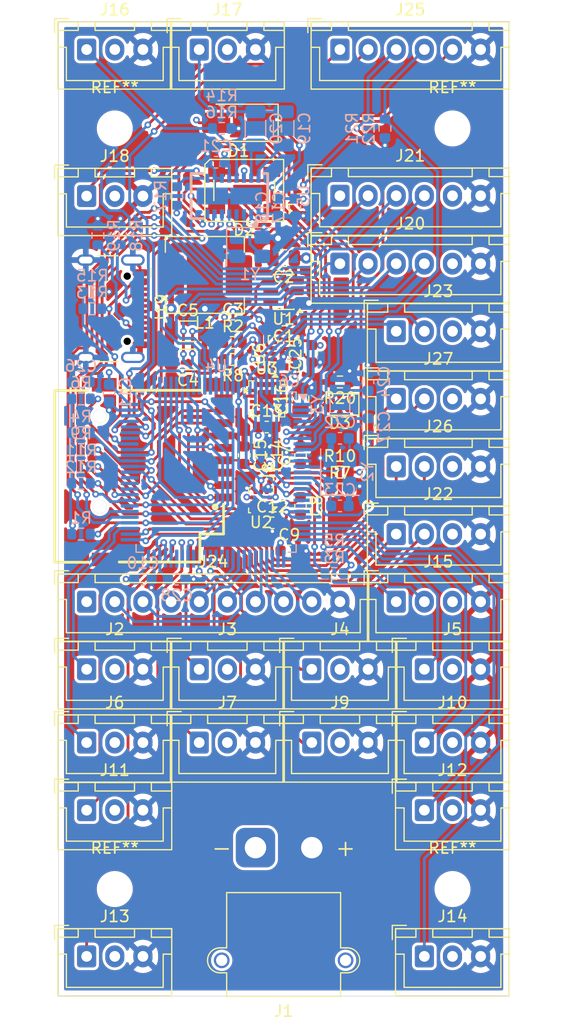
<source format=kicad_pcb>
(kicad_pcb (version 20241229) (generator "pcbnew") (generator_version "9.0")
  (layers (0 "F.Cu" signal) (4 "In1.Cu" signal) (6 "In2.Cu" signal) (2 "B.Cu" signal) (13 "F.Paste" user) (15 "B.Paste" user) (5 "F.SilkS" user "F.Silkscreen") (7 "B.SilkS" user "B.Silkscreen") (1 "F.Mask" user) (3 "B.Mask" user) (25 "Edge.Cuts" user))
  (net 0 "")
  (net 1 "GND")
  (net 2 "+5V")
  (net 3 "+3.3V")
  (net 4 "Net-(U3-C1)")
  (net 5 "/VIDEO_IN")
  (net 6 "/OSC_IN")
  (net 7 "/OSC_OUT")
  (net 8 "/VCAP")
  (net 9 "/OSC_32_IN")
  (net 10 "/OSC_32_OUT")
  (net 11 "/SD_D1")
  (net 12 "/SD_D3")
  (net 13 "/SD_D0")
  (net 14 "/SD_CMD")
  (net 15 "/SD_CK")
  (net 16 "/SD_D2")
  (net 17 "/M1")
  (net 18 "/M2")
  (net 19 "/M3")
  (net 20 "/M4")
  (net 21 "/M5")
  (net 22 "/M6")
  (net 23 "/M7")
  (net 24 "/M8")
  (net 25 "/M9")
  (net 26 "/M10")
  (net 27 "/M11")
  (net 28 "/M12")
  (net 29 "/LED")
  (net 30 "/VIDEO_OUT")
  (net 31 "/I2C4_SCL")
  (net 32 "/I2C4_SDA")
  (net 33 "/UART2_RTS")
  (net 34 "/UART2_TX")
  (net 35 "/UART2_RX")
  (net 36 "/UART2_CTS")
  (net 37 "/UART3_RTS")
  (net 38 "/UART3_CTS")
  (net 39 "/UART6_RX")
  (net 40 "/UART6_TX")
  (net 41 "/NRST")
  (net 42 "/SWDIO")
  (net 43 "/SWCLK")
  (net 44 "/BOOT0")
  (net 45 "/A7")
  (net 46 "/A2")
  (net 47 "/A6")
  (net 48 "/A1")
  (net 49 "/A8")
  (net 50 "/A4")
  (net 51 "/A3")
  (net 52 "/A5")
  (net 53 "/UART3_TX")
  (net 54 "/UART3_RX")
  (net 55 "/UART4_TX")
  (net 56 "/UART4_RX")
  (net 57 "/UART5_TX")
  (net 58 "/UART5_RX")
  (net 59 "/UART8_TX")
  (net 60 "/UART8_RX")
  (net 61 "/I2C_SCL")
  (net 62 "/I2C_SDA")
  (net 63 "/VBUS")
  (net 64 "/VBUS_SENSE")
  (net 68 "/IMU_CS")
  (net 69 "/OSI_SCK")
  (net 78 "/ARM_LED")
  (net 80 "/OSI_MISO")
  (net 81 "/IMU_SCK")
  (net 83 "/OSI_MOSI")
  (net 84 "/OSI_CS")
  (net 85 "/IMU_MOSI")
  (net 87 "/IMU_MISO")
  (net 94 "/USB_DN")
  (net 95 "/USB_DP")
  (net 96 "Net-(D2-DOUT)")
  (net 97 "Net-(U5-VOUT)")
  (net 107 "Net-(U1-FB)")
  (net 108 "Net-(U1-SW)")
  (net 109 "Net-(U1-BOOT)")
  (net 110 "Net-(D1-K)")
  (net 111 "Net-(J19-CC2)")
  (net 112 "Net-(J19-CC1)")
  (net 115 "Net-(C19-Pad2)")
  (net 116 "Net-(U5-SAG)")
  (net 117 "Net-(D3-K)")
  (net 118 "Net-(U5-~{RESET})")
  (net 119 "Net-(U5-CLKIN)")
  (net 120 "Net-(U5-XFB)")
  (footprint "MountingHole:MountingHole_2.7mm_M2.5" (layer "F.Cu") (at 142.5 60)
    (property "Reference" "REF**")
    (property "Value" "MountingHole_2.7mm_M2.5")
  )
  (footprint "Resistor_SMD:R_0603_1608Metric" (layer "F.Cu") (at 153 79)
    (property "Reference" "R2")
    (property "Value" "100K")
  )
  (footprint "Connector_JST:JST_XH_B3B-XH-A_1x03_P2.50mm_Vertical" (layer "F.Cu") (at 160 108)
    (property "Reference" "J4")
    (property "Value" "M3")
  )
  (footprint "Capacitor_SMD:C_0603_1608Metric" (layer "F.Cu") (at 158 97.5)
    (property "Reference" "C9")
    (property "Value" "100nF")
  )
  (footprint "MountingHole:MountingHole_2.7mm_M2.5" (layer "F.Cu") (at 142.5 127.5)
    (property "Reference" "REF**")
    (property "Value" "MountingHole_2.7mm_M2.5")
  )
  (footprint "Connector_JST:JST_XH_B3B-XH-A_1x03_P2.50mm_Vertical" (layer "F.Cu") (at 170 114.5)
    (property "Reference" "J10")
    (property "Value" "M8")
  )
  (footprint "Connector_JST:JST_XH_B4B-XH-A_1x04_P2.50mm_Vertical" (layer "F.Cu") (at 167.5 96)
    (property "Reference" "J22")
    (property "Value" "UART5")
  )
  (footprint "Capacitor_SMD:C_0603_1608Metric" (layer "F.Cu") (at 160 80 90)
    (property "Reference" "C25")
    (property "Value" "100nF")
  )
  (footprint "Connector_JST:JST_XH_B4B-XH-A_1x04_P2.50mm_Vertical" (layer "F.Cu") (at 167.5 90)
    (property "Reference" "J26")
    (property "Value" "UART6")
  )
  (footprint "Capacitor_SMD:C_0603_1608Metric" (layer "F.Cu") (at 157.5 77 180)
    (property "Reference" "C1")
    (property "Value" "100nF")
  )
  (footprint "Connector_AMASS:AMASS_XT30PW-M_1x02_P2.50mm_Horizontal" (layer "F.Cu") (at 155 123.825 180)
    (property "Reference" "J1")
    (property "Value" "Input Power")
  )
  (footprint "Connector_JST:JST_XH_B3B-XH-A_1x03_P2.50mm_Vertical" (layer "F.Cu") (at 140 53)
    (property "Reference" "J16")
    (property "Value" "Video In")
  )
  (footprint "Connector_JST:JST_XH_B3B-XH-A_1x03_P2.50mm_Vertical" (layer "F.Cu") (at 140 120.5)
    (property "Reference" "J11")
    (property "Value" "M9")
  )
  (footprint "Capacitor_SMD:C_0603_1608Metric" (layer "F.Cu") (at 154 89 -90)
    (property "Reference" "C15")
    (property "Value" "100Nf")
  )
  (footprint "Connector_JST:JST_XH_B3B-XH-A_1x03_P2.50mm_Vertical" (layer "F.Cu") (at 140 133.475)
    (property "Reference" "J13")
    (property "Value" "M11")
  )
  (footprint "Capacitor_SMD:C_1206_3216Metric" (layer "F.Cu") (at 149 80.5 180)
    (property "Reference" "C4")
    (property "Value" "22uF")
  )
  (footprint "Capacitor_SMD:C_0603_1608Metric" (layer "F.Cu") (at 153 77.5)
    (property "Reference" "C3")
    (property "Value" "47pF")
  )
  (footprint "Diode_SMD:D_SMA" (layer "F.Cu") (at 153.5 59.5 180)
    (property "Reference" "D1")
    (property "Value" "SS54")
  )
  (footprint "Connector_JST:JST_XH_B6B-XH-A_1x06_P2.50mm_Vertical" (layer "F.Cu") (at 162.5 65.975)
    (property "Reference" "J21")
    (property "Value" "UART3")
  )
  (footprint "Inductor_SMD:L_APV_APH0630" (layer "F.Cu") (at 150.5 73 180)
    (property "Reference" "L1")
    (property "Value" "6.8uH")
  )
  (footprint "Connector_JST:JST_XH_B3B-XH-A_1x03_P2.50mm_Vertical" (layer "F.Cu") (at 140 66)
    (property "Reference" "J18")
    (property "Value" "LED Strip")
  )
  (footprint "Connector_JST:JST_XH_B3B-XH-A_1x03_P2.50mm_Vertical" (layer "F.Cu") (at 170 120.5)
    (property "Reference" "J12")
    (property "Value" "M10")
  )
  (footprint "Connector_JST:JST_XH_B6B-XH-A_1x06_P2.50mm_Vertical" (layer "F.Cu") (at 162.5 53)
    (property "Reference" "J25")
    (property "Value" "SWD")
  )
  (footprint "Connector_USB:USB_C_Receptacle_HCTL_HC-TYPE-C-16P-01A" (layer "F.Cu") (at 141 76 -90)
    (property "Reference" "J19")
    (property "Value" "USB_C_Receptacle_USB2.0_16P")
  )
  (footprint "Connector_JST:JST_XH_B4B-XH-A_1x04_P2.50mm_Vertical" (layer "F.Cu") (at 167.5 84)
    (property "Reference" "J27")
    (property "Value" "UART4")
  )
  (footprint "Connector_JST:JST_XH_B3B-XH-A_1x03_P2.50mm_Vertical" (layer "F.Cu") (at 150 108)
    (property "Reference" "J3")
    (property "Value" "M2")
  )
  (footprint "Capacitor_SMD:C_0805_2012Metric" (layer "F.Cu") (at 159 84 90)
    (property "Reference" "C16")
    (property "Value" "4.7uF")
  )
  (footprint "Capacitor_SMD:C_0805_2012Metric" (layer "F.Cu") (at 157.5 71.5 180)
    (property "Reference" "C2")
    (property "Value" "10uF")
  )
  (footprint "Resistor_SMD:R_0603_1608Metric" (layer "F.Cu") (at 153 80.5 180)
    (property "Reference" "R8")
    (property "Value" "22K")
  )
  (footprint "Resistor_SMD:R_0603_1608Metric" (layer "F.Cu") (at 162.5 92)
    (property "Reference" "R7")
    (property "Value" "3.3K")
  )
  (footprint "Connector_JST:JST_XH_B3B-XH-A_1x03_P2.50mm_Vertical" (layer "F.Cu") (at 170 133.475)
    (property "Reference" "J14")
    (property "Value" "M12")
  )
  (footprint "Resistor_SMD:R_0603_1608Metric" (layer "F.Cu") (at 162.5 90.5)
    (property "Reference" "R10")
    (property "Value" "3.3K")
  )
  (footprint "LED_SMD:LED_WS2812B_PLCC4_5.0x5.0mm_P3.2mm" (layer "F.Cu") (at 154 65.5 180)
    (property "Reference" "D2")
    (property "Value" "WS2812B")
  )
  (footprint "Connector_JST:JST_XH_B3B-XH-A_1x03_P2.50mm_Vertical" (layer "F.Cu") (at 140 114.5)
    (property "Reference" "J6")
    (property "Value" "M5")
  )
  (footprint "lcsc:TF-SMD_TF-PUSH" (layer "F.Cu") (at 146.8625 90.5 -90)
    (property "Reference" "J8")
    (property "Value" "Micro_SD_Card")
  )
  (footprint "LED_SMD:LED_0805_2012Metric" (layer "F.Cu") (at 162.5 84.5 180)
    (property "Reference" "D3")
    (property "Value" "LED")
  )
  (footprint "Connector_JST:JST_XH_B3B-XH-A_1x03_P2.50mm_Vertical" (layer "F.Cu") (at 140 108)
    (property "Reference" "J2")
    (property "Value" "M1")
  )
  (footprint "Capacitor_SMD:C_0603_1608Metric" (layer "F.Cu") (at 159 93.5 -90)
    (property "Reference" "C8")
    (property "Value" "100nF")
  )
  (footprint "Connector_JST:JST_XH_B6B-XH-A_1x06_P2.50mm_Vertical" (layer "F.Cu") (at 162.5 72)
    (property "Reference" "J20")
    (property "Value" "UART2")
  )
  (footprint "Connector_JST:JST_XH_B4B-XH-A_1x04_P2.50mm_Vertical" (layer "F.Cu") (at 167.5 78)
    (property "Reference" "J23")
    (property "Value" "UART8")
  )
  (footprint "Package_LGA:ST_HLGA-10_2x2mm_P0.5mm_LayoutBorder3x2y" (layer "F.Cu") (at 155.5 93 180)
    (property "Reference" "U2")
    (property "Value" "BMP388")
  )
  (footprint "Connector_JST:JST_XH_B4B-XH-A_1x04_P2.50mm_Vertical" (layer "F.Cu") (at 167.5 102)
    (property "Reference" "J15")
    (property "Value" "I2C4")
  )
  (footprint "Capacitor_SMD:C_0603_1608Metric" (layer "F.Cu") (at 159 89 90)
    (property "Reference" "C7")
    (property "Value" "100nF")
  )
  (footprint "MountingHole:MountingHole_2.7mm_M2.5" (layer "F.Cu") (at 172.5 127.5)
    (property "Reference" "REF**")
    (property "Value" "MountingHole_2.7mm_M2.5")
  )
  (footprint "Package_LGA:LGA-16_3x3mm_P0.5mm" (layer "F.Cu") (at 156 84)
    (property "Reference" "U3")
    (property "Value" "QMC5883P")
  )
  (footprint "Connector_JST:JST_XH_B3B-XH-A_1x03_P2.50mm_Vertical" (layer "F.Cu") (at 150 53)
    (property "Reference" "J17")
    (property "Value" "Video Out")
  )
  (footprint "Capacitor_SMD:C_1206_3216Metric" (layer "F.Cu") (at 149 78)
    (property "Reference" "C5")
    (property "Value" "22uF")
  )
  (footprint "Capacitor_SMD:C_0603_1608Metric" (layer "F.Cu") (at 155.5 89 -90)
    (property "Reference" "C14")
    (property "Value" "1uF")
  )
  (footprint "Connector_JST:JST_XH_B10B-XH-A_1x10_P2.50mm_Vertical" (layer "F.Cu") (at 140 102)
    (property "Reference" "J24")
    (property "Value" "GPIO")
  )
  (footprint "Capacitor_SMD:C_0603_1608Metric" (layer "F.Cu") (at 156 86.5)
    (property "Reference" "C13")
    (property "Value" "100nF")
  )
  (footprint "Package_TO_SOT_SMD:SOT-23-6" (layer "F.Cu") (at 157.5 74.5 180)
    (property "Reference" "U1")
    (property "Value" "TPS54302")
  )
  (footprint "Connector_JST:JST_XH_B3B-XH-A_1x03_P2.50mm_Vertical" (layer "F.Cu") (at 160 114.5)
    (property "Reference" "J9")
    (property "Value" "M7")
  )
  (footprint "Package_LGA:LGA-14_3x2.5mm_P0.5mm_LayoutBorder3x4y" (layer "F.Cu") (at 157.5 80 90)
    (property "Reference" "U6")
    (property "Value" "ICM-42688-P")
  )
  (footprint "Resistor_SMD:R_0603_1608Metric" (layer "F.Cu") (at 162.5 82.5 180)
    (property "Reference" "R20")
    (property "Value" "75")
  )
  (footprint "Capacitor_SMD:C_0603_1608Metric" (layer "F.Cu") (at 156.5 95)
    (property "Reference" "C12")
    (property "Value" "100nF")
  )
  (footprint "Connector_JST:JST_XH_B3B-XH-A_1x03_P2.50mm_Vertical" (layer "F.Cu") (at 150 114.5)
    (property "Reference" "J7")
    (property "Value" "M6")
  )
  (footprint "Connector_JST:JST_XH_B3B-XH-A_1x03_P2.50mm_Vertical" (layer "F.Cu") (at 170 108)
    (property "Reference" "J5")
    (property "Value" "M4")
  )
  (footprint "MountingHole:MountingHole_2.7mm_M2.5" (layer "F.Cu") (at 172.5 60)
    (property "Reference" "REF**")
    (property "Value" "MountingHole_2.7mm_M2.5")
  )
  (footprint "Capacitor_SMD:C_1206_3216Metric" (layer "B.Cu") (at 155 60 90)
    (property "Reference" "C20")
    (property "Value" "22uF")
  )
  (footprint "Resistor_SMD:R_0603_1608Metric" (layer "B.Cu") (at 139.5 84 180)
    (property "Reference" "R6")
    (property "Value" "10K")
  )
  (footprint "Resistor_SMD:R_0603_1608Metric" (layer "B.Cu") (at 165 60 -90)
    (property "Reference" "R21")
    (property "Value" "10K")
  )
  (footprint "Resistor_SMD:R_0603_1608Metric" (layer "B.Cu") (at 139.5 87 180)
    (property "Reference" "R4")
    (property "Value" "10K")
  )
  (footprint "Crystal:Crystal_SMD_3215-2Pin_3.2x1.5mm" (layer "B.Cu") (at 162.5 84.5 -90)
    (property "Reference" "Y3")
    (property "Value" "32.768kHz")
  )
  (footprint "Resistor_SMD:R_0603_1608Metric" (layer "B.Cu") (at 166.5 60 -90)
    (property "Reference" "R22")
    (property "Value" "10K")
  )
  (footprint "Resistor_SMD:R_0603_1608Metric" (layer "B.Cu") (at 139.5 96 180)
    (property "Reference" "R1")
    (property "Value" "10K")
  )
  (footprint "Capacitor_SMD:C_0603_1608Metric" (layer "B.Cu") (at 158 81)
    (property "Reference" "C6")
    (property "Value" "1uF")
  )
  (footprint "Capacitor_SMD:C_0603_1608Metric" (layer "B.Cu") (at 165 86.5 90)
    (property "Reference" "C27")
    (property "Value" "18pF")
  )
  (footprint "Capacitor_SMD:C_0603_1608Metric" (layer "B.Cu") (at 145 100 180)
    (property "Reference" "C10")
    (property "Value" "100nF")
  )
  (footprint "Resistor_SMD:R_0603_1608Metric" (layer "B.Cu") (at 148 66 -90)
    (property "Reference" "R17")
    (property "Value" "1K")
  )
  (footprint "Resistor_SMD:R_0603_1608Metric" (layer "B.Cu") (at 141 69.5 90)
    (property "Reference" "R19")
    (property "Value" "5.1K")
  )
  (footprint "Resistor_SMD:R_0603_1608Metric" (layer "B.Cu") (at 139.5 88.5 180)
    (property "Reference" "R9")
    (property "Value" "10K")
  )
  (footprint "Capacitor_SMD:C_0603_1608Metric" (layer "B.Cu") (at 165 82.5 90)
    (property "Reference" "C24")
    (property "Value" "18pF")
  )
  (footprint "lcsc:LGA-16_L6.8-W4.0-P0.65-TL-2EP" (layer "B.Cu") (at 153 66 90)
    (property "Reference" "U5")
    (property "Value" "AT7456ELAH_C42388749")
  )
  (footprint "Resistor_SMD:R_0603_1608Metric" (layer "B.Cu") (at 143 69.5 90)
    (property "Reference" "R18")
    (property "Value" "5.1K")
  )
  (footprint "Capacitor_SMD:C_0603_1608Metric" (layer "B.Cu") (at 139.5 82.5 180)
    (property "Reference" "C26")
    (property "Value" "2.2uF")
  )
  (footprint "Capacitor_SMD:C_0603_1608Metric" (layer "B.Cu") (at 148 100)
    (property "Reference" "C28")
    (property "Value" "2.2uF")
  )
  (footprint "Resistor_SMD:R_0603_1608Metric" (layer "B.Cu") (at 139.5 91.5 180)
    (property "Reference" "R12")
    (property "Value" "10K")
  )
  (footprint "Resistor_SMD:R_0603_1608Metric" (layer "B.Cu") (at 140.5 74.5 180)
    (property "Reference" "R15")
    (property "Value" "10K")
  )
  (footprint "Resistor_SMD:R_0603_1608Metric" (layer "B.Cu") (at 140.5 76 180)
    (property "Reference" "R13")
    (property "Value" "5.6K")
  )
  (footprint "Resistor_SMD:R_0603_1608Metric" (layer "B.Cu") (at 162 99.5 180)
    (property "Reference" "R3")
    (property "Value" "3.3K")
  )
  (footprint "Resistor_SMD:R_0603_1608Metric" (layer "B.Cu") (at 152 58.5 180)
    (property "Reference" "R14")
    (property "Value" "75")
  )
  (footprint "Capacitor_SMD:C_0603_1608Metric" (layer "B.Cu") (at 142 83.5 90)
    (property "Reference" "C11")
    (property "Value" "100nF")
  )
  (footprint "Capacitor_SMD:C_0603_1608Metric" (layer "B.Cu") (at 157 67 -90)
    (property "Reference" "C18")
    (property "Value" "100nF")
  )
  (footprint "Capacitor_SMD:C_0603_1608Metric" (layer "B.Cu") (at 162.5 87.5 180)
    (property "Reference" "C22")
    (property "Value" "12pF")
  )
  (footprint "Crystal:Crystal_SMD_3225-4Pin_3.2x2.5mm" (layer "B.Cu") (at 154.5 70.5)
    (property "Reference" "Y1")
    (property "Value" "27MHz")
  )
  (footprint "Resistor_SMD:R_0603_1608Metric" (layer "B.Cu") (at 152 60 180)
    (property "Reference" "R16")
    (property "Value" "75")
  )
  (footprint "Capacitor_SMD:C_1206_3216Metric" (layer "B.Cu") (at 157.5 60 90)
    (property "Reference" "C19")
    (property "Value" "22uF")
  )
  (footprint "Capacitor_SMD:C_0603_1608Metric" (layer "B.Cu") (at 162.5 93.5 180)
    (property "Reference" "C23")
    (property "Value" "12pF")
  )
  (footprint "Resistor_SMD:R_0603_1608Metric" (layer "B.Cu") (at 139.5 90 180)
    (property "Reference" "R11")
    (property "Value" "10K")
  )
  (footprint "Capacitor_SMD:C_0603_1608Metric" (layer "B.Cu") (at 158.5 67 -90)
    (property "Reference" "C17")
    (property "Value" "1uF")
  )
  (footprint "Resistor_SMD:R_0603_1608Metric" (layer "B.Cu") (at 162 98 180)
    (property "Reference" "R5")
    (property "Value" "3.3K")
  )
  (footprint "Crystal:Crystal_SMD_3225-4Pin_3.2x2.5mm" (layer "B.Cu") (at 162.5 90.5 90)
    (property "Reference" "Y2")
    (property "Value" "16MHz")
  )
  (footprint "Package_QFP:LQFP-100_14x14mm_P0.5mm" (layer "B.Cu") (at 151.5 90.5 180)
    (property "Reference" "U4")
    (property "Value" "STM32H743VITx")
  )
  (footprint "Capacitor_SMD:C_0603_1608Metric" (layer "B.Cu") (at 151.5 63 180)
    (property "Reference" "C21")
    (property "Value" "100nF")
  )
  (gr_rect (start 137.5 50.5) (end 177.5 137) (stroke (width 0.05)) (fill no) (layer "Edge.Cuts"))
  (segment (start 152.175 80.5) (end 151.375 80.5) (width 0.25) (layer "F.Cu") (net 1))
  (segment (start 158.475 88.75) (end 159 88.225) (width 0.2) (layer "F.Cu") (net 1))
  (segment (start 158.6375 75.45) (end 159.7 75.45) (width 0.5) (layer "F.Cu") (net 1))
  (segment (start 155.75 95) (end 156.5 95.75) (width 0.25) (layer "F.Cu") (net 1))
  (segment (start 159.95 83.05) (end 160 83) (width 0.25) (layer "F.Cu") (net 1))
  (segment (start 155.5 94.775) (end 155.725 95) (width 0.25) (layer "F.Cu") (net 1))
  (segment (start 144.745 79.68) (end 144.105 80.32) (width 0.25) (layer "F.Cu") (net 1))
  (segment (start 150.475 78) (end 150.475 76.025) (width 0.5) (layer "F.Cu") (net 1))
  (segment (start 159.225 80) (end 160 80.775) (width 0.25) (layer "F.Cu") (net 1))
  (segment (start 154.680551 91.918051) (end 154.226053 91.918051) (width 0.25) (layer "F.Cu") (net 1))
  (segment (start 159.7 75.45) (end 159.75 75.5) (width 0.5) (layer "F.Cu") (net 1))
  (segment (start 144.745 79.2) (end 144.745 79.68) (width 0.25) (layer "F.Cu") (net 1))
  (segment (start 152.1625 87.25) (end 153.025 87.25) (width 0.2) (layer "F.Cu") (net 1))
  (segment (start 156.775 86.5) (end 157.275 86) (width 0.25) (layer "F.Cu") (net 1))
  (segment (start 155.725 95) (end 155.75 95) (width 0.25) (layer "F.Cu") (net 1))
  (segment (start 161.675 82.5) (end 162.65 81.525) (width 0.25) (layer "F.Cu") (net 1))
  (segment (start 155.5 93.7625) (end 155 93.7625) (width 0.25) (layer "F.Cu") (net 1))
  (segment (start 158.4125 79.5) (end 158.4125 80) (width 0.25) (layer "F.Cu") (net 1))
  (segment (start 156.775 86.5) (end 156.775 86.725) (width 0.25) (layer "F.Cu") (net 1))
  (segment (start 158.475 93.25) (end 159 92.725) (width 0.25) (layer "F.Cu") (net 1))
  (segment (start 156 92.2375) (end 156 91.919174) (width 0.25) (layer "F.Cu") (net 1))
  (segment (start 162.65 81.525) (end 163.362201 81.525) (width 0.25) (layer "F.Cu") (net 1))
  (segment (start 154 88.225) (end 155.5 88.225) (width 0.2) (layer "F.Cu") (net 1))
  (segment (start 155 92.2375) (end 154.680551 91.918051) (width 0.25) (layer "F.Cu") (net 1))
  (segment (start 157.275 83.75) (end 158.3 83.75) (width 0.25) (layer "F.Cu") (net 1))
  (segment (start 156.775 86.725) (end 156.25 87.25) (width 0.25) (layer "F.Cu") (net 1))
  (segment (start 160.725 80.775) (end 160.75 80.75) (width 0.25) (layer "F.Cu") (net 1))
  (segment (start 157.75 93.25) (end 158.475 93.25) (width 0.25) (layer "F.Cu") (net 1))
  (segment (start 144.745 72.32) (end 144.105 71.68) (width 0.25) (layer "F.Cu") (net 1))
  (segment (start 157.275 86) (end 157.275 84.75) (width 0.25) (layer "F.Cu") (net 1))
  (segment (start 155.5 88.225) (end 156.225 88.225) (width 0.2) (layer "F.Cu") (net 1))
  (segment (start 156.55 70.2) (end 157 69.75) (width 0.5) (layer "F.Cu") (net 1))
  (segment (start 150.475 80.5) (end 150.475 78) (width 0.5) (layer "F.Cu") (net 1))
  (segment (start 157.75 88.75) (end 158.475 88.75) (width 0.2) (layer "F.Cu") (net 1))
  (segment (start 144.745 72.8) (end 144.745 72.32) (width 0.25) (layer "F.Cu") (net 1))
  (segment (start 150.475 76.025) (end 150.5 76) (width 0.5) (layer "F.Cu") (net 1))
  (segment (start 156.55 71.5) (end 156.55 70.2) (width 0.5) (layer "F.Cu") (net 1))
  (segment (start 151.55 63.85) (end 151.55 63.05) (width 0.25) (layer "F.Cu") (net 1))
  (segment (start 158.3 83.75) (end 159 83.05) (width 0.25) (layer "F.Cu") (net 1))
  (segment (start 158.4125 80) (end 159.225 80) (width 0.25) (layer "F.Cu") (net 1))
  (segment (start 159 83.05) (end 159.95 83.05) (width 0.25) (layer "F.Cu") (net 1))
  (segment (start 156.225 88.225) (end 156.25 88.25) (width 0.2) (layer "F.Cu") (net 1))
  (segment (start 155.5 93.7625) (end 155.5 94.775) (width 0.25) (layer "F.Cu") (net 1))
  (segment (start 151.55 63.05) (end 150.75 62.25) (width 0.25) (layer "F.Cu") (net 1))
  (segment (start 153.025 87.25) (end 154 88.225) (width 0.2) (layer "F.Cu") (net 1))
  (segment (start 158.775 97.5) (end 159.5 97.5) (width 0.2) (layer "F.Cu") (net 1))
  (segment (start 156 91.919174) (end 156.124999 91.794175) (width 0.25) (layer "F.Cu") (net 1))
  (segment (start 151.375 80.5) (end 150.475 80.5) (width 0.25) (layer "F.Cu") (net 1))
  (segment (start 160 80.775) (end 160.725 80.775) (width 0.25) (layer "F.Cu") (net 1))
  (via (at 164.25 91.75) (size 0.6) (drill 0.3) (layers "F.Cu" "B.Cu") (net 1))
  (via (at 165 81) (size 0.6) (drill 0.3) (layers "F.Cu" "B.Cu") (net 1))
  (via (at 157.75 93.25) (size 0.6) (drill 0.3) (layers "F.Cu" "B.Cu") (net 1))
  (via (at 150.75 62.25) (size 0.6) (drill 0.3) (layers "F.Cu" "B.Cu") (net 1))
  (via (at 141 68) (size 0.6) (drill 0.3) (layers "F.Cu" "B.Cu") (net 1))
  (via (at 150.5 76) (size 1) (drill 0.5) (layers "F.Cu" "B.Cu") (net 1))
  (via (at 163.362201 81.525) (size 0.6) (drill 0.3) (layers "F.Cu" "B.Cu") (net 1))
  (via (at 154.226053 91.918051) (size 0.6) (drill 0.3) (layers "F.Cu" "B.Cu") (net 1))
  (via (at 142 85) (size 0.6) (drill 0.3) (layers "F.Cu" "B.Cu") (net 1))
  (via (at 151.375 80.5) (size 0.6) (drill 0.3) (layers "F.Cu" "B.Cu") (net 1))
  (via (at 160.75 80.75) (size 0.6) (drill 0.3) (layers "F.Cu" "B.Cu") (net 1))
  (via (at 165 88) (size 0.6) (drill 0.3) (layers "F.Cu" "B.Cu") (net 1))
  (via (at 159.25 67.75) (size 0.6) (drill 0.3) (layers "F.Cu" "B.Cu") (net 1))
  (via (at 166.5 61.5) (size 0.6) (drill 0.3) (layers "F.Cu" "B.Cu") (net 1))
  (via (at 142 74.5) (size 0.6) (drill 0.3) (layers "F.Cu" "B.Cu") (net 1))
  (via (at 159.75 75.5) (size 1) (drill 0.5) (layers "F.Cu" "B.Cu") (net 1))
  (via (at 157.75 88.75) (size 0.6) (drill 0.3) (layers "F.Cu" "B.Cu") (net 1))
  (via (at 160 83) (size 0.6) (drill 0.3) (layers "F.Cu" "B.Cu") (net 1))
  (via (at 156.25 87.25) (size 0.6) (drill 0.3) (layers "F.Cu" "B.Cu") (net 1))
  (via (at 159.5 97.5) (size 0.6) (drill 0.3) (layers "F.Cu" "B.Cu") (net 1))
  (via (at 157 69.75) (size 1) (drill 0.5) (layers "F.Cu" "B.Cu") (net 1))
  (via (at 157.5 80.25) (size 0.6) (drill 0.3) (layers "F.Cu" "B.Cu") (net 1))
  (via (at 156.5 95.75) (size 0.6) (drill 0.3) (layers "F.Cu" "B.Cu") (net 1))
  (via (at 152.25 70.5) (size 0.6) (drill 0.3) (layers "F.Cu" "B.Cu") (net 1))
  (via (at 156.25 88.25) (size 0.6) (drill 0.3) (layers "F.Cu" "B.Cu") (net 1))
  (via (at 155.75 68.75) (size 0.6) (drill 0.3) (layers "F.Cu" "B.Cu") (net 1))
  (via (at 149.5 100) (size 0.6) (drill 0.3) (layers "F.Cu" "B.Cu") (net 1))
  (via (at 160.75 89.25) (size 0.6) (drill 0.3) (layers "F.Cu" "B.Cu") (net 1))
  (via (at 153.5 60) (size 0.6) (drill 0.3) (layers "F.Cu" "B.Cu") (net 1))
  (via (at 143 68) (size 0.6) (drill 0.3) (layers "F.Cu" "B.Cu") (net 1))
  (via (at 156.124999 91.794175) (size 0.6) (drill 0.3) (layers "F.Cu" "B.Cu") (net 1))
  (via (at 145.75 100.75) (size 0.6) (drill 0.3) (layers "F.Cu" "B.Cu") (net 1))
  (segment (start 145.775 100.725) (end 145.75 100.75) (width 0.25) (layer "B.Cu") (net 1))
  (segment (start 148.775 100) (end 149.5 100) (width 0.25) (layer "B.Cu") (net 1))
  (segment (start 158.085295 93.5) (end 157.835295 93.25) (width 0.25) (layer "B.Cu") (net 1))
  (segment (start 155 66) (end 155.27 66.27) (width 0.25) (layer "B.Cu") (net 1))
  (segment (start 155.27 66.27) (end 155.27 67.58) (width 0.25) (layer "B.Cu") (net 1))
  (segment (start 160.9 89.4) (end 160.75 89.25) (width 0.2) (layer "B.Cu") (net 1))
  (segment (start 141 68.675) (end 141 68) (width 0.25) (layer "B.Cu") (net 1))
  (segment (start 158.825 98.175) (end 159.5 97.5) (width 0.25) (layer "B.Cu") (net 1))
  (segment (start 161.725 89.325) (end 161.65 89.4) (width 0.25) (layer "B.Cu") (net 1))
  (segment (start 153.4 71.35) (end 153.1 71.35) (width 0.25) (layer "B.Cu") (net 1))
  (segment (start 163.275 93.5) (end 163.275 91.675) (width 0.25) (layer "B.Cu") (net 1))
  (segment (start 152.825 60) (end 153.5 60) (width 0.25) (layer "B.Cu") (net 1))
  (segment (start 161.725 87.5) (end 161.725 89.325) (width 0.25) (layer "B.Cu") (net 1))
  (segment (start 151.37 65.8) (end 151.37 64.42) (width 0.25) (layer "B.Cu") (net 1))
  (segment (start 138.725 81.52) (end 139.925 80.32) (width 0.25) (layer "B.Cu") (net 1))
  (segment (start 151.37 64.42) (end 151.37 63.645) (width 0.25) (layer "B.Cu") (net 1))
  (segment (start 161.65 89.4) (end 160.9 89.4) (width 0.2) (layer "B.Cu") (net 1))
  (segment (start 157 67.775) (end 158.5 67.775) (width 0.25) (layer "B.Cu") (net 1))
  (segment (start 156.805 67.58) (end 157 67.775) (width 0.25) (layer "B.Cu") (net 1))
  (segment (start 141.325 74.5) (end 142 74.5) (width 0.25) (layer "B.Cu") (net 1))
  (segment (start 143.825 85) (end 142.725 85) (width 0.25) (layer "B.Cu") (net 1))
  (segment (start 142.725 85) (end 142 84.275) (width 0.25) (layer "B.Cu") (net 1))
  (segment (start 142 84.275) (end 142 85) (width 0.25) (layer "B.Cu") (net 1))
  (segment (start 154.17 66) (end 155 66) (width 0.25) (layer "B.Cu") (net 1))
  (segment (start 143 68.675) (end 143 68) (width 0.25) (layer "B.Cu") (net 1))
  (segment (start 151.37 63.645) (end 150.725 63) (width 0.25) (layer "B.Cu") (net 1))
  (segment (start 153.1 71.35) (end 152.25 70.5) (width 0.25) (layer "B.Cu") (net 1))
  (segment (start 151.17 66) (end 151.37 65.8) (width 0.25) (layer "B.Cu") (net 1))
  (segment (start 163.35 91.6) (end 164.1 91.6) (width 0.2) (layer "B.Cu") (net 1))
  (segment (start 146 99.775) (end 146 98.175) (width 0.25) (layer "B.Cu") (net 1))
  (segment (start 164.1 91.6) (end 164.25 91.75) (width 0.2) (layer "B.Cu") (net 1))
  (segment (start 154.17 66) (end 151.17 66) (width 0.25) (layer "B.Cu") (net 1))
  (segment (start 157.5 98.175) (end 158.825 98.175) (width 0.25) (layer "B.Cu") (net 1))
  (segment (start 145.775 100) (end 145.775 100.725) (width 0.25) (layer "B.Cu") (net 1))
  (segment (start 138.725 82.5) (end 138.725 81.52) (width 0.25) (layer "B.Cu") (net 1))
  (segment (start 158.5 67.775) (end 159.225 67.775) (width 0.25) (layer "B.Cu") (net 1))
  (segment (start 155.6 68.9) (end 155.75 68.75) (width 0.25) (layer "B.Cu") (net 1))
  (segment (start 166.5 60.825) (end 166.5 61.5) (width 0.25) (layer "B.Cu") (net 1))
  (segment (start 159.175 89) (end 158 89) (width 0.2) (layer "B.Cu") (net 1))
  (segment (start 157 82.825) (end 157 81.225) (width 0.25) (layer "B.Cu") (net 1))
  (segment (start 145.775 100) (end 146 99.775) (width 0.25) (layer "B.Cu") (net 1))
  (segment (start 159.225 67.775) (end 159.25 67.75) (width 0.25) (layer "B.Cu") (net 1))
  (segment (start 157.225 81) (end 157.225 80.525) (width 0.25) (layer "B.Cu") (net 1))
  (segment (start 150.725 63) (end 150.725 62.275) (width 0.25) (layer "B.Cu") (net 1))
  (segment (start 155.27 67.58) (end 156.805 67.58) (width 0.25) (layer "B.Cu") (net 1))
  (segment (start 159.175 93.5) (end 158.085295 93.5) (width 0.25) (layer "B.Cu") (net 1))
  (segment (start 150.725 62.275) (end 150.75 62.25) (width 0.25) (layer "B.Cu") (net 1))
  (segment (start 165 81.725) (end 165 81) (width 0.25) (layer "B.Cu") (net 1))
  (segment (start 157.835295 93.25) (end 157.75 93.25) (width 0.25) (layer "B.Cu") (net 1))
  (segment (start 163.275 91.675) (end 163.35 91.6) (width 0.25) (layer "B.Cu") (net 1))
  (segment (start 165 87.275) (end 165 88) (width 0.25) (layer "B.Cu") (net 1))
  (segment (start 157.225 80.525) (end 157.5 80.25) (width 0.25) (layer "B.Cu") (net 1))
  (segment (start 152.02 64.42) (end 151.37 64.42) (width 0.25) (layer "B.Cu") (net 1))
  (segment (start 155.6 69.65) (end 155.6 68.9) (width 0.25) (layer "B.Cu") (net 1))
  (segment (start 158 89) (end 157.75 88.75) (width 0.2) (layer "B.Cu") (net 1))
  (segment (start 157 81.225) (end 157.225 81) (width 0.25) (layer "B.Cu") (net 1))
  (segment (start 158.45 73.3625) (end 158.6375 73.55) (width 0.5) (layer "F.Cu") (net 2))
  (segment (start 151.5 59.5) (end 150 59.5) (width 0.25) (layer "F.Cu") (net 2))
  (segment (start 158.45 71.5) (end 158.45 73.3625) (width 0.5) (layer "F.Cu") (net 2))
  (segment (start 158.45 71.5) (end 159.5 71.5) (width 0.5) (layer "F.Cu") (net 2))
  (segment (start 150 59.5) (end 149.75 59.25) (width 0.25) (layer "F.Cu") (net 2))
  (via (at 149.75 59.25) (size 0.6) (drill 0.3) (layers "F.Cu" "B.Cu") (net 2))
  (via (at 159.5 71.5) (size 1) (drill 0.5) (layers "F.Cu" "B.Cu") (net 2))
  (segment (start 147.525 80.5) (end 147.525 78) (width 0.5) (layer "F.Cu") (net 3))
  (segment (start 156.2625 93.5) (end 156 93.7625) (width 0.25) (layer "F.Cu") (net 3))
  (segment (start 158.751 81.749) (end 158.5 82) (width 0.25) (layer "F.Cu") (net 3))
  (segment (start 158.775003 94.050003) (end 159 94.275) (width 0.25) (layer "F.Cu") (net 3))
  (segment (start 156 93.7625) (end 156.0375 93.7625) (width 0.25) (layer "F.Cu") (net 3))
  (segment (start 154.257999 92.75) (end 154.226053 92.718054) (width 0.25) (layer "F.Cu") (net 3))
  (segment (start 166.126 59.374) (end 163.740702 59.374) (width 0.25) (layer "F.Cu") (net 3))
  (segment (start 152.1625 89.45) (end 153.675 89.45) (width 0.2) (layer "F.Cu") (net 3))
  (segment (start 152.225 77.5) (end 152.225 76.775) (width 0.25) (layer "F.Cu") (net 3))
  (segment (start 157.75 94.050003) (end 158.775003 94.050003) (width 0.25) (layer "F.Cu") (net 3))
  (segment (start 156.225 89.775) (end 156.25 89.75) (width 0.2) (layer "F.Cu") (net 3))
  (segment (start 159.6125 78.8375) (end 158.25 78.8375) (width 0.25) (layer "F.Cu") (net 3))
  (segment (start 156.0375 93.7625) (end 157.275 95) (width 0.25) (layer "F.Cu") (net 3))
  (segment (start 156.2625 93.25) (end 156.2625 93.5) (width 0.25) (layer "F.Cu") (net 3))
  (segment (start 158.775003 89.550003) (end 159 89.775) (width 0.2) (layer "F.Cu") (net 3))
  (segment (start 157.226688 96.773312) (end 157.225 96.775) (width 0.25) (layer "F.Cu") (net 3))
  (segment (start 157.75 94.525) (end 157.275 95) (width 0.25) (layer "F.Cu") (net 3))
  (segment (start 157.75 94.050003) (end 157.75 94.525) (width 0.25) (layer "F.Cu") (net 3))
  (segment (start 153.675 89.45) (end 154 89.775) (width 0.2) (layer "F.Cu") (net 3))
  (segment (start 154.7375 92.75) (end 154.257999 92.75) (width 0.25) (layer "F.Cu") (net 3))
  (segment (start 163.740702 59.374) (end 159.25 63.864702) (width 0.25) (layer "F.Cu") (net 3))
  (segment (start 157.225 96.775) (end 157.225 97.5) (width 0.25) (layer "F.Cu") (net 3))
  (segment (start 154.198 83.75) (end 154.174 83.774) (width 0.25) (layer "F.Cu") (net 3))
  (segment (start 152.225 77.5) (end 152.225 78.95) (width 0.25) (layer "F.Cu") (net 3))
  (segment (start 147.5 76) (end 147.5 73.025) (width 0.5) (layer "F.Cu") (net 3))
  (segment (start 172.5 53) (end 166.126 59.374) (width 0.25) (layer "F.Cu") (net 3))
  (segment (start 152.225 76.775) (end 152.25 76.75) (width 0.25) (layer "F.Cu") (net 3))
  (segment (start 160 79.225) (end 160.725 79.225) (width 0.25) (layer "F.Cu") (net 3))
  (segment (start 157.75 89.550003) (end 158.775003 89.550003) (width 0.2) (layer "F.Cu") (net 3))
  (segment (start 155.225 87.225) (end 155.25 87.25) (width 0.25) (layer "F.Cu") (net 3))
  (segment (start 158.4125 80.5) (end 158.487202 80.5) (width 0.25) (layer "F.Cu") (net 3))
  (segment (start 163.325 92) (end 163.325 90.5) (width 0.25) (layer "F.Cu") (net 3))
  (segment (start 160 79.225) (end 159.6125 78.8375) (width 0.25) (layer "F.Cu") (net 3))
  (segment (start 154.174 83.774) (end 154.174 85.449) (width 0.25) (layer "F.Cu") (net 3))
  (segment (start 147.525 76.025) (end 147.5 76) (width 0.5) (layer "F.Cu") (net 3))
  (segment (start 155.5 89.775) (end 156.225 89.775) (width 0.2) (layer "F.Cu") (net 3))
  (segment (start 154.725 83.75) (end 154.198 83.75) (width 0.25) (layer "F.Cu") (net 3))
  (segment (start 163.325 90.5) (end 164.25 90.5) (width 0.25) (layer "F.Cu") (net 3))
  (segment (start 158.487202 80.5) (end 158.751 80.763798) (width 0.25) (layer "F.Cu") (net 3))
  (segment (start 152.225 78.95) (end 152.175 79) (width 0.25) (layer "F.Cu") (net 3))
  (segment (start 154 89.775) (end 155.5 89.775) (width 0.2) (layer "F.Cu") (net 3))
  (segment (start 160.725 79.225) (end 160.75 79.25) (width 0.25) (layer "F.Cu") (net 3))
  (segment (start 147.525 73.05) (end 147.475 73) (width 1) (layer "F.Cu") (net 3))
  (segment (start 147.525 78) (end 147.525 76.025) (width 0.5) (layer "F.Cu") (net 3))
  (segment (start 155.225 86.5) (end 155.225 87.225) (width 0.25) (layer "F.Cu") (net 3))
  (segment (start 158.751 80.763798) (end 158.751 81.749) (width 0.25) (layer "F.Cu") (net 3))
  (segment (start 154.174 85.449) (end 155.225 86.5) (width 0.25) (layer "F.Cu") (net 3))
  (segment (start 159.25 63.864702) (end 159.25 65) (width 0.25) (layer "F.Cu") (net 3))
  (segment (start 147.5 73.025) (end 147.475 73) (width 0.5) (layer "F.Cu") (net 3))
  (via (at 147.5 76) (size 1) (drill 0.5) (layers "F.Cu" "B.Cu") (net 3))
  (via (at 152.25 76.75) (size 0.6) (drill 0.3) (layers "F.Cu" "B.Cu") (net 3))
  (via (at 141.997517 81.648998) (size 0.6) (drill 0.3) (layers "F.Cu" "B.Cu") (net 3))
  (via (at 156.25 89.75) (size 0.6) (drill 0.3) (layers "F.Cu" "B.Cu") (net 3))
  (via (at 154.698443 68.290942) (size 0.6) (drill 0.3) (layers "F.Cu" "B.Cu") (net 3))
  (via (at 155.25 87.25) (size 0.6) (drill 0.3) (layers "F.Cu" "B.Cu") (net 3))
  (via (at 157.226688 96.773312) (size 0.6) (drill 0.3) (layers "F.Cu" "B.Cu") (net 3))
  (via (at 153.995 63.75) (size 0.6) (drill 0.3) (layers "F.Cu" "B.Cu") (net 3))
  (via (at 157.75 94.050003) (size 0.6) (drill 0.3) (layers "F.Cu" "B.Cu") (net 3))
  (via (at 148 67.5) (size 0.6) (drill 0.3) (layers "F.Cu" "B.Cu") (net 3))
  (via (at 157.75 89.550003) (size 0.6) (drill 0.3) (layers "F.Cu" "B.Cu") (net 3))
  (via (at 158.5 82) (size 0.6) (drill 0.3) (layers "F.Cu" "B.Cu") (net 3))
  (via (at 143.5 100) (size 0.6) (drill 0.3) (layers "F.Cu" "B.Cu") (net 3))
  (via (at 163.5 98.75) (size 0.6) (drill 0.3) (layers "F.Cu" "B.Cu") (net 3))
  (via (at 159.25 66.25) (size 0.6) (drill 0.3) (layers "F.Cu" "B.Cu") (net 3))
  (via (at 154.226053 92.718054) (size 0.6) (drill 0.3) (layers "F.Cu" "B.Cu") (net 3))
  (via (at 138.75 95.25) (size 0.6) (drill 0.3) (layers "F.Cu" "B.Cu") (net 3))
  (via (at 160.75 79.25) (size 0.6) (drill 0.3) (layers "F.Cu" "B.Cu") (net 3))
  (via (at 152.25 62.25) (size 0.6) (drill 0.3) (layers "F.Cu" "B.Cu") (net 3))
  (via (at 157.741374 86.93102) (size 0.6) (drill 0.3) (layers "F.Cu" "B.Cu") (net 3))
  (via (at 164.25 90.5) (size 0.6) (drill 0.3) (layers "F.Cu" "B.Cu") (net 3))
  (via (at 159.25 65) (size 0.6) (drill 0.3) (layers "F.Cu" "B.Cu") (net 3))
  (segment (start 159.175 94) (end 157.800003 94) (width 0.25) (layer "B.Cu") (net 3))
  (segment (start 157 97) (end 157 98.175) (width 0.25) (layer "B.Cu") (net 3))
  (segment (start 142 82.725) (end 142.05 82.725) (width 0.25) (layer "B.Cu") (net 3))
  (segment (start 142.05 82.725) (end 143.825 84.5) (width 0.25) (layer "B.Cu") (net 3))
  (segment (start 142 81.651481) (end 141.997517 81.648998) (width 0.25) (layer "B.Cu") (net 3))
  (segment (start 157.810354 87) (end 157.741374 86.93102) (width 0.25) (layer "B.Cu") (net 3))
  (segment (start 159.175 94.5) (end 158.199997 94.5) (width 0.25) (layer "B.Cu") (net 3))
  (segment (start 157.800003 94) (end 157.75 94.050003) (width 0.25) (layer "B.Cu") (net 3))
  (segment (start 163.425 60.825) (end 159.25 65) (width 0.25) (layer "B.Cu") (net 3))
  (segment (start 152.275 63) (end 152.275 62.275) (width 0.25) (layer "B.Cu") (net 3))
  (segment (start 145.5 98.725) (end 144.225 100) (width 0.25) (layer "B.Cu") (net 3))
  (segment (start 158.5 66.225) (end 157 66.225) (width 0.25) (layer "B.Cu") (net 3))
  (segment (start 157.5 82.825) (end 157.5 82.275) (width 0.25) (layer "B.Cu") (net 3))
  (segment (start 158.5 66.225) (end 159.225 66.225) (width 0.25) (layer "B.Cu") (net 3))
  (segment (start 162.825 98.075) (end 163.5 98.75) (width 0.25) (layer "B.Cu") (net 3))
  (segment (start 148 66.825) (end 148 67.5) (width 0.25) (layer "B.Cu") (net 3))
  (segment (start 157.226688 96.773312) (end 157 97) (width 0.25) (layer "B.Cu") (net 3))
  (segment (start 152.67 63.395) (end 152.275 63) (width 0.25) (layer "B.Cu") (net 3))
  (segment (start 159.225 66.225) (end 159.25 66.25) (width 0.25) (layer "B.Cu") (net 3))
  (segment (start 158.1375 81.6375) (end 158.775 81) (width 0.25) (layer "B.Cu") (net 3))
  (segment (start 142 82.725) (end 142 81.651481) (width 0.25) (layer "B.Cu") (net 3))
  (segment (start 165 60.825) (end 163.425 60.825) (width 0.25) (layer "B.Cu") (net 3))
  (segment (start 153.97 64.42) (end 153.97 63.775) (width 0.25) (layer "B.Cu") (net 3))
  (segment (start 162.825 98) (end 162.825 98.075) (width 0.25) (layer "B.Cu") (net 3))
  (segment (start 138.573997 91.601003) (end 138.573997 95.073997) (width 0.25) (layer "B.Cu") (net 3))
  (segment (start 145.5 98.175) (end 145.5 98.725) (width 0.25) (layer "B.Cu") (net 3))
  (segment (start 154.62 67.58) (end 154.62 68.212499) (width 0.25) (layer "B.Cu") (net 3))
  (segment (start 159.175 87) (end 157.810354 87) (width 0.25) (layer "B.Cu") (net 3))
  (segment (start 138.573997 95.073997) (end 138.75 95.25) (width 0.25) (layer "B.Cu") (net 3))
  (segment (start 138.675 96) (end 138.675 95.325) (width 0.25) (layer "B.Cu") (net 3))
  (segment (start 138.675 88.5) (end 138.675 87) (width 0.25) (layer "B.Cu") (net 3))
  (segment (start 153.97 63.775) (end 153.995 63.75) (width 0.25) (layer "B.Cu") (net 3))
  (segment (start 138.675 91.5) (end 138.675 90) (width 0.25) (layer "B.Cu") (net 3))
  (segment (start 152.275 62.275) (end 152.25 62.25) (width 0.25) (layer "B.Cu") (net 3))
  (segment (start 154.62 68.212499) (end 154.698443 68.290942) (width 0.25) (layer "B.Cu") (net 3))
  (segment (start 162.825 99.425) (end 163.5 98.75) (width 0.25) (layer "B.Cu") (net 3))
  (segment (start 162.825 99.5) (end 162.825 99.425) (width 0.25) (layer "B.Cu") (net 3))
  (segment (start 138.675 84) (end 138.675 87) (width 0.25) (layer "B.Cu") (net 3))
  (segment (start 138.675 95.325) (end 138.75 95.25) (width 0.25) (layer "B.Cu") (net 3))
  (segment (start 158.199997 94.5) (end 157.75 94.050003) (width 0.25) (layer "B.Cu") (net 3))
  (segment (start 158.5 82) (end 158.1375 81.6375) (width 0.25) (layer "B.Cu") (net 3))
  (segment (start 138.675 91.5) (end 138.573997 91.601003) (width 0.25) (layer "B.Cu") (net 3))
  (segment (start 144.225 100) (end 143.5 100) (width 0.25) (layer "B.Cu") (net 3))
  (segment (start 152.67 64.42) (end 152.67 63.395) (width 0.25) (layer "B.Cu") (net 3))
  (segment (start 159.175 89.5) (end 157.800003 89.5) (width 0.2) (layer "B.Cu") (net 3))
  (segment (start 138.675 90) (end 138.675 88.5) (width 0.25) (layer "B.Cu") (net 3))
  (segment (start 157.800003 89.5) (end 157.75 89.550003) (width 0.2) (layer "B.Cu") (net 3))
  (segment (start 157.5 82.275) (end 158.1375 81.6375) (width 0.25) (layer "B.Cu") (net 3))
  (segment (start 157.275 84.25) (end 158.3 84.25) (width 0.25) (layer "F.Cu") (net 4))
  (segment (start 158.3 84.25) (end 159 84.95) (width 0.25) (layer "F.Cu") (net 4))
  (segment (start 151.175 60) (end 153.32 62.145) (width 0.25) (layer "B.Cu") (net 5))
  (segment (start 147 60) (end 151.175 60) (width 0.25) (layer "B.Cu") (net 5))
  (segment (start 153.32 62.145) (end 153.32 64.42) (width 0.25) (layer "B.Cu") (net 5))
  (segment (start 140 53) (end 147 60) (width 0.25) (layer "B.Cu") (net 5))
  (segment (start 160.66384 90) (end 161.06484 90.401) (width 0.2) (layer "B.Cu") (net 6))
  (segment (start 159.175 90) (end 160.66384 90) (width 0.2) (layer "B.Cu") (net 6))
  (segment (start 162.349 90.401) (end 163.35 89.4) (width 0.2) (layer "B.Cu") (net 6))
  (segment (start 163.35 89.4) (end 163.35 87.575) (width 0.2) (layer "B.Cu") (net 6))
  (segment (start 163.35 87.575) (end 163.275 87.5) (width 0.2) (layer "B.Cu") (net 6))
  (segment (start 161.06484 90.401) (end 162.349 90.401) (width 0.2) (layer "B.Cu") (net 6))
  (segment (start 159.175 90.5) (end 160.55 90.5) (width 0.2) (layer "B.Cu") (net 7))
  (segment (start 161.65 91.6) (end 161.65 93.425) (width 0.2) (layer "B.Cu") (net 7))
  (segment (start 160.55 90.5) (end 161.65 91.6) (width 0.2) (layer "B.Cu") (net 7))
  (segment (start 161.65 93.425) (end 161.725 93.5) (width 0.2) (layer "B.Cu") (net 7))
  (segment (start 145.75 84.25) (end 150.5 84.25) (width 0.25) (layer "F.Cu") (net 8))
  (via (at 145.75 84.25) (size 0.6) (drill 0.3) (layers "F.Cu" "B.Cu") (net 8))
  (via (at 150.5 84.25) (size 0.6) (drill 0.3) (layers "F.Cu" "B.Cu") (net 8))
  (segment (start 146.223991 96.490702) (end 146.223991 97.009298) (width 0.25) (layer "B.Cu") (net 8))
  (segment (start 143.172 82.477822) (end 144.951 84.256822) (width 0.25) (layer "B.Cu") (net 8))
  (segment (start 144.694178 85.5) (end 143.825 85.5) (width 0.25) (layer "B.Cu") (net 8))
  (segment (start 150.5 84.25) (end 153 86.75) (width 0.25) (layer "B.Cu") (net 8))
  (segment (start 147.225 100) (end 146.5 99.275) (width 0.25) (layer "B.Cu") (net 8))
  (segment (start 143.172 81.9367) (end 143.172 82.477822) (width 0.25) (layer "B.Cu") (net 8))
  (segment (start 144.951 85.243178) (end 144.694178 85.5) (width 0.25) (layer "B.Cu") (net 8))
  (segment (start 144.951 84.256822) (end 144.951 85.243178) (width 0.25) (layer "B.Cu") (net 8))
  (segment (start 140.275 82.025) (end 141.276002 81.023998) (width 0.25) (layer "B.Cu") (net 8))
  (segment (start 141.276002 81.023998) (end 142.259298 81.023998) (width 0.25) (layer "B.Cu") (net 8))
  (segment (start 146.5 99.275) (end 146.5 98.175) (width 0.25) (layer "B.Cu") (net 8))
  (segment (start 153 86.75) (end 153 93.548728) (width 0.25) (layer "B.Cu") (net 8))
  (segment (start 146.223991 97.009298) (end 146.5 97.285307) (width 0.25) (layer "B.Cu") (net 8))
  (segment (start 144.957822 84.25) (end 145.75 84.25) (width 0.25) (layer "B.Cu") (net 8))
  (segment (start 153 93.548728) (end 150.424728 96.124) (width 0.25) (layer "B.Cu") (net 8))
  (segment (start 144.951 84.256822) (end 144.957822 84.25) (width 0.25) (layer "B.Cu") (net 8))
  (segment (start 146.5 97.285307) (end 146.5 98.175) (width 0.25) (layer "B.Cu") (net 8))
  (segment (start 146.590693 96.124) (end 146.223991 96.490702) (width 0.25) (layer "B.Cu") (net 8))
  (segment (start 150.424728 96.124) (end 146.590693 96.124) (width 0.25) (layer "B.Cu") (net 8))
  (segment (start 140.275 82.5) (end 140.275 82.025) (width 0.25) (layer "B.Cu") (net 8))
  (segment (start 142.259298 81.023998) (end 143.172 81.9367) (width 0.25) (layer "B.Cu") (net 8))
  (segment (start 160.301 87) (end 160.319798 87) (width 0.25) (layer "B.Cu") (net 9))
  (segment (start 160.319798 87) (end 161.225 86.094798) (width 0.25) (layer "B.Cu") (net 9))
  (segment (start 161.225 84.525) (end 162.5 83.25) (width 0.25) (layer "B.Cu") (net 9))
  (segment (start 159.175 88) (end 160.044178 88) (width 0.25) (layer "B.Cu") (net 9))
  (segment (start 164.975 83.25) (end 165 83.275) (width 0.25) (layer "B.Cu") (net 9))
  (segment (start 160.044178 88) (end 160.301 87.743178) (width 0.25) (layer "B.Cu") (net 9))
  (segment (start 161.225 86.094798) (end 161.225 84.525) (width 0.25) (layer "B.Cu") (net 9))
  (segment (start 162.5 83.25) (end 164.975 83.25) (width 0.25) (layer "B.Cu") (net 9))
  (segment (start 160.301 87.743178) (end 160.301 87) (width 0.25) (layer "B.Cu") (net 9))
  (segment (start 159.175 88.5) (end 160.181988 88.5) (width 0.25) (layer "B.Cu") (net 10))
  (segment (start 162.5 85.75) (end 164.975 85.75) (width 0.25) (layer "B.Cu") (net 10))
  (segment (start 164.975 85.75) (end 165 85.725) (width 0.25) (layer "B.Cu") (net 10))
  (segment (start 160.752 87.205608) (end 162.207608 85.75) (width 0.25) (layer "B.Cu") (net 10))
  (segment (start 160.752 87.929988) (end 160.752 87.205608) (width 0.25) (layer "B.Cu") (net 10))
  (segment (start 160.181988 88.5) (end 160.752 87.929988) (width 0.25) (layer "B.Cu") (net 10))
  (segment (start 162.207608 85.75) (end 162.5 85.75) (width 0.25) (layer "B.Cu") (net 10))
  (segment (start 145.75 88.75) (end 145.75 87.751892) (width 0.25) (layer "F.Cu") (net 11))
  (segment (start 145.75 87.751892) (end 148.451892 85.05) (width 0.25) (layer "F.Cu") (net 11))
  (segment (start 140.1865 86.121801) (end 140.1865 84.8135) (width 0.25) (layer "F.Cu") (net 11))
  (segment (start 148.451892 85.05) (end 152.1625 85.05) (width 0.25) (layer "F.Cu") (net 11))
  (segment (start 145.75 88.75) (end 142.814699 88.75) (width 0.25) (layer "F.Cu") (net 11))
  (segment (start 140.1865 84.8135) (end 141 84) (width 0.25) (layer "F.Cu") (net 11))
  (segment (start 142.814699 88.75) (end 140.1865 86.121801) (width 0.25) (layer "F.Cu") (net 11))
  (via (at 141 84) (size 0.6) (drill 0.3) (layers "F.Cu" "B.Cu") (net 11))
  (via (at 145.75 88.75) (size 0.6) (drill 0.3) (layers "F.Cu" "B.Cu") (net 11))
  (segment (start 145.414705 89) (end 143.825 89) (width 0.25) (layer "B.Cu") (net 11))
  (segment (start 145.664705 88.75) (end 145.414705 89) (width 0.25) (layer "B.Cu") (net 11))
  (segment (start 145.75 88.75) (end 145.664705 88.75) (width 0.25) (layer "B.Cu") (net 11))
  (segment (start 141 84) (end 140.325 84) (width 0.25) (layer "B.Cu") (net 11))
  (segment (start 145.25 93.399994) (end 144.423102 93.399994) (width 0.25) (layer "F.Cu") (net 12))
  (segment (start 144.423102 93.399994) (end 141.023108 90) (width 0.25) (layer "F.Cu") (net 12))
  (segment (start 141.023108 90) (end 141 90) (width 0.25) (layer "F.Cu") (net 12))
  (segment (start 152.1625 91.65) (end 151.1 91.65) (width 0.25) (layer "F.Cu") (net 12))
  (segment (start 151.1 91.65) (end 151 91.75) (width 0.25) (layer "F.Cu") (net 12))
  (via (at 141 90) (size 0.6) (drill 0.3) (layers "F.Cu" "B.Cu") (net 12))
  (via (at 145.25 93.399994) (size 0.6) (drill 0.3) (layers "F.Cu" "B.Cu") (net 12))
  (via (at 151 91.75) (size 0.6) (drill 0.3) (layers "F.Cu" "B.Cu") (net 12))
  (segment (start 151.626 93.009298) (end 151.235304 93.399994) (width 0.25) (layer "B.Cu") (net 12))
  (segment (start 151 91.75) (end 147 87.75) (width 0.25) (layer "B.Cu") (net 12))
  (segment (start 151.235304 93.399994) (end 145.25 93.399994) (width 0.25) (layer "B.Cu") (net 12))
  (segment (start 151 91.75) (end 151.626 92.376) (width 0.25) (layer "B.Cu") (net 12))
  (segment (start 151.626 92.376) (end 151.626 93.009298) (width 0.25) (layer "B.Cu") (net 12))
  (segment (start 147 87.75) (end 147 82.825) (width 0.25) (layer "B.Cu") (net 12))
  (segment (start 140.325 90) (end 141 90) (width 0.25) (layer "B.Cu") (net 12))
  (segment (start 145.835295 89.550003) (end 146.376 89.009298) (width 0.25) (layer "F.Cu") (net 13))
  (segment (start 146.376 87.763702) (end 147.989702 86.15) (width 0.25) (layer "F.Cu") (net 13))
  (segment (start 146.376 89.009298) (end 146.376 87.763702) (width 0.25) (layer "F.Cu") (net 13))
  (segment (start 145.75 89.550003) (end 145.835295 89.550003) (width 0.25) (layer "F.Cu") (net 13))
  (segment (start 147.989702 86.15) (end 152.1625 86.15) (width 0.25) (layer "F.Cu") (net 13))
  (via (at 145.75 89.550003) (size 0.6) (drill 0.3) (layers "F.Cu" "B.Cu") (net 13))
  (segment (start 143.825 89.5) (end 142.955822 89.5) (width 0.25) (layer "B.Cu") (net 13))
  (segment (start 145.699997 89.5) (end 145.75 89.550003) (width 0.25) (layer "B.Cu") (net 13))
  (segment (start 140.455822 87) (end 140.325 87) (width 0.25) (layer "B.Cu") (net 13))
  (segment (start 143.825 89.5) (end 145.699997 89.5) (width 0.25) (layer "B.Cu") (net 13))
  (segment (start 142.955822 89.5) (end 140.455822 87) (width 0.25) (layer "B.Cu") (net 13))
  (segment (start 149.850006 88.939506) (end 151.4605 90.55) (width 0.25) (layer "F.Cu") (net 14))
  (segment (start 142 95) (end 141 96) (width 0.25) (layer "F.Cu") (net 14))
  (segment (start 151.4605 90.55) (end 152.1625 90.55) (width 0.25) (layer "F.Cu") (net 14))
  (segment (start 145.25 95) (end 142 95) (width 0.25) (layer "F.Cu") (net 14))
  (segment (start 149.850006 86.775) (end 149.850006 88.939506) (width 0.25) (layer "F.Cu") (net 14))
  (via (at 145.25 95) (size 0.6) (drill 0.3) (layers "F.Cu" "B.Cu") (net 14))
  (via (at 141 96) (size 0.6) (drill 0.3) (layers "F.Cu" "B.Cu") (net 14))
  (via (at 149.850006 86.775) (size 0.6) (drill 0.3) (layers "F.Cu" "B.Cu") (net 14))
  (segment (start 152.528 88.892702) (end 152.528 93.382918) (width 0.25) (layer "B.Cu") (net 14))
  (segment (start 150.910918 95) (end 145.25 95) (width 0.25) (layer "B.Cu") (net 14))
  (segment (start 140.325 96) (end 141 96) (width 0.25) (layer "B.Cu") (net 14))
  (segment (start 149.850006 84.600006) (end 149.850006 86.775) (width 0.25) (layer "B.Cu") (net 14))
  (segment (start 150.410298 86.775) (end 152.528 88.892702) (width 0.25) (layer "B.Cu") (net 14))
  (segment (start 149 82.825) (end 149 83.75) (width 0.25) (layer "B.Cu") (net 14))
  (segment (start 149 83.75) (end 149.850006 84.600006) (width 0.25) (layer "B.Cu") (net 14))
  (segment (start 152.528 93.382918) (end 150.910918 95) (width 0.25) (layer "B.Cu") (net 14))
  (segment (start 149.850006 86.775) (end 150.410298 86.775) (width 0.25) (layer "B.Cu") (net 14))
  (segment (start 152.1625 88.35) (end 151.1 88.35) (width 0.25) (layer "F.Cu") (net 15))
  (segment (start 141.75 92.25) (end 141.75 92.635298) (width 0.25) (layer "F.Cu") (net 15))
  (segment (start 141 91.5) (end 141.75 92.25) (width 0.25) (layer "F.Cu") (net 15))
  (segment (start 141.75 92.635298) (end 143.314699 94.199997) (width 0.25) (layer "F.Cu") (net 15))
  (segment (start 143.314699 94.199997) (end 145.25 94.199997) (width 0.25) (layer "F.Cu") (net 15))
  (segment (start 151.1 88.35) (end 151 88.25) (width 0.25) (layer "F.Cu") (net 15))
  (via (at 141 91.5) (size 0.6) (drill 0.3) (layers "F.Cu" "B.Cu") (net 15))
  (via (at 145.25 94.199997) (size 0.6) (drill 0.3) (layers "F.Cu" "B.Cu") (net 15))
  (via (at 151 88.25) (size 0.6) (drill 0.3) (layers "F.Cu" "B.Cu") (net 15))
  (segment (start 151 88.25) (end 152.077 89.327) (width 0.25) (layer "B.Cu") (net 15))
  (segment (start 140.325 91.5) (end 141 91.5) (width 0.25) (layer "B.Cu") (net 15))
  (segment (start 148.839702 88.25) (end 151 88.25) (width 0.25) (layer "B.Cu") (net 15))
  (segment (start 152.077 89.327) (end 152.077 93.196108) (width 0.25) (layer "B.Cu") (net 15))
  (segment (start 147.5 86.910298) (end 148.839702 88.25) (width 0.25) (layer "B.Cu") (net 15))
  (segment (start 151.073111 94.199997) (end 145.25 94.199997) (width 0.25) (layer "B.Cu") (net 15))
  (segment (start 152.077 93.196108) (end 151.073111 94.199997) (width 0.25) (layer "B.Cu") (net 15))
  (segment (start 147.5 82.825) (end 147.5 86.910298) (width 0.25) (layer "B.Cu") (net 15))
  (segment (start 145.099991 92.599991) (end 141 88.5) (width 0.25) (layer "F.Cu") (net 16))
  (segment (start 152.1625 92.75) (end 151 92.75) (width 0.25) (layer "F.Cu") (net 16))
  (segment (start 145.25 92.599991) (end 145.099991 92.599991) (width 0.25) (layer "F.Cu") (net 16))
  (via (at 145.25 92.599991) (size 0.6) (drill 0.3) (layers "F.Cu" "B.Cu") (net 16))
  (via (at 151 92.75) (size 0.6) (drill 0.3) (layers "F.Cu" "B.Cu") (net 16))
  (via (at 141 88.5) (size 0.6) (drill 0.3) (layers "F.Cu" "B.Cu") (net 16))
  (segment (start 147.900009 92.75) (end 146.5 91.349991) (width 0.25) (layer "B.Cu") (net 16))
  (segment (start 146.5 88.25) (end 146.5 82.825) (width 0.25) (layer "B.Cu") (net 16))
  (segment (start 146.5 88.25) (end 146.5 91.349991) (width 0.25) (layer "B.Cu") (net 16))
  (segment (start 140.325 88.5) (end 141 88.5) (width 0.25) (layer "B.Cu") (net 16))
  (segment (start 151 92.75) (end 147.900009 92.75) (width 0.25) (layer "B.Cu") (net 16))
  (segment (start 146.5 91.349991) (end 145.25 92.599991) (width 0.25) (layer "B.Cu") (net 16))
  (segment (start 142.955822 95.5) (end 142.451 96.004822) (width 0.25) (layer "B.Cu") (net 17))
  (segment (start 138.824 106.824) (end 140 108) (width 0.25) (layer "B.Cu") (net 17))
  (segment (start 138.824 100.31381) (end 138.824 106.824) (width 0.25) (layer "B.Cu") (net 17))
  (segment (start 142.451 96.004822) (end 142.451 96.68681) (width 0.25) (layer "B.Cu") (net 17))
  (segment (start 143.825 95.5) (end 142.955822 95.5) (width 0.25) (layer "B.Cu") (net 17))
  (segment (start 142.451 96.68681) (end 138.824 100.31381) (width 0.25) (layer "B.Cu") (net 17))
  (segment (start 149.25 96.75) (end 149.25 99.364702) (width 0.25) (layer "F.Cu") (net 18))
  (segment (start 148.824 99.790702) (end 148.824 106.824) (width 0.25) (layer "F.Cu") (net 18))
  (segment (start 149.25 99.364702) (end 148.824 99.790702) (width 0.25) (layer "F.Cu") (net 18))
  (segment (start 148.824 106.824) (end 150 108) (width 0.25) (layer "F.Cu") (net 18))
  (via (at 149.25 96.75) (size 0.6) (drill 0.3) (layers "F.Cu" "B.Cu") (net 18))
  (segment (start 149 98.175) (end 149 97.085295) (width 0.25) (layer "B.Cu") (net 18))
  (segment (start 149 97.085295) (end 149.25 96.835295) (width 0.25) (layer "B.Cu") (net 18))
  (segment (start 149.25 96.835295) (end 149.25 96.75) (width 0.25) (layer "B.Cu") (net 18))
  (segment (start 151 99.289352) (end 151.577467 99.289352) (width 0.25) (layer "F.Cu") (net 19))
  (segment (start 151.577467 99.289352) (end 153.75 101.461885) (width 0.25) (layer "F.Cu") (net 19))
  (segment (start 159 108) (end 160 108) (width 0.25) (layer "F.Cu") (net 19))
  (segment (start 153.75 102.75) (end 159 108) (width 0.25) (layer "F.Cu") (net 19))
  (segment (start 153.75 101.461885) (end 153.75 102.75) (width 0.25) (layer "F.Cu") (net 19))
  (via (at 151 99.289352) (size 0.6) (drill 0.3) (layers "F.Cu" "B.Cu") (net 19))
  (segment (start 151 98.175) (end 151 99.289352) (width 0.25) (layer "B.Cu") (net 19))
  (segment (start 171.176 106.824) (end 170 108) (width 0.25) (layer "B.Cu") (net 20))
  (segment (start 168.442115 98.654) (end 171.176 101.387885) (width 0.25) (layer "B.Cu") (net 20))
  (segment (start 171.176 101.387885) (end 171.176 106.824) (width 0.25) (layer "B.Cu") (net 20))
  (segment (start 159.175 96.5) (end 163.940056 96.5) (width 0.25) (layer "B.Cu") (net 20))
  (segment (start 163.940056 96.5) (end 166.094056 98.654) (width 0.25) (layer "B.Cu") (net 20))
  (segment (start 166.094056 98.654) (end 168.442115 98.654) (width 0.25) (layer "B.Cu") (net 20))
  (segment (start 142 95.818012) (end 142 96.5) (width 0.25) (layer "B.Cu") (net 21))
  (segment (start 138.373 100.127) (end 138.373 112.873) (width 0.25) (layer "B.Cu") (net 21))
  (segment (start 142.818012 95) (end 142 95.818012) (width 0.25) (layer "B.Cu") (net 21))
  (segment (start 138.373 112.873) (end 140 114.5) (width 0.25) (layer "B.Cu") (net 21))
  (segment (start 142 96.5) (end 138.373 100.127) (width 0.25) (layer "B.Cu") (net 21))
  (segment (start 143.825 95) (end 142.818012 95) (width 0.25) (layer "B.Cu") (net 21))
  (segment (start 148.449997 96.75) (end 148.449997 99.261888) (width 0.25) (layer "F.Cu") (net 22))
  (segment (start 146.324 101.387885) (end 146.324 110.824) (width 0.25) (layer "F.Cu") (net 22))
  (segment (start 148.449997 99.261888) (end 146.324 101.387885) (width 0.25) (layer "F.Cu") (net 22))
  (segment (start 146.324 110.824) (end 150 114.5) (width 0.25) (layer "F.Cu") (net 22))
  (via (at 148.449997 96.75) (size 0.6) (drill 0.3) (layers "F.Cu" "B.Cu") (net 22))
  (segment (start 148.5 96.800003) (end 148.449997 96.75) (width 0.25) (layer "B.Cu") (net 22))
  (segment (start 148.5 98.175) (end 148.5 96.800003) (width 0.25) (layer "B.Cu") (net 22))
  (segment (start 151.324 105.035885) (end 153.676 107.387885) (width 0.25) (layer "F.Cu") (net 23))
  (segment (start 153.676 107.387885) (end 153.676 109.026) (width 0.25) (layer "F.Cu") (net 23))
  (segment (start 151.324 100.613352) (end 151.324 105.035885) (width 0.25) (layer "F.Cu") (net 23))
  (segment (start 150 99.289352) (end 151.324 100.613352) (width 0.25) (layer "F.Cu") (net 23))
  (segment (start 159.15 114.5) (end 160 114.5) (width 0.25) (layer "F.Cu") (net 23))
  (segment (start 153.676 109.026) (end 159.15 114.5) (width 0.25) (layer "F.Cu") (net 23))
  (via (at 150 99.289352) (size 0.6) (drill 0.3) (layers "F.Cu" "B.Cu") (net 23))
  (segment (start 150 98.175) (end 150 99.289352) (width 0.25) (layer "B.Cu") (net 23))
  (segment (start 173.676 101.387885) (end 173.676 110.824) (width 0.25) (layer "B.Cu") (net 24))
  (segment (start 164.077866 96) (end 166.280866 98.203) (width 0.25) (layer "B.Cu") (net 24))
  (segment (start 159.175 96) (end 164.077866 96) (width 0.25) (layer "B.Cu") (net 24))
  (segment (start 170.491115 98.203) (end 173.676 101.387885) (width 0.25) (layer "B.Cu") (net 24))
  (segment (start 166.280866 98.203) (end 170.491115 98.203) (width 0.25) (layer "B.Cu") (net 24))
  (segment (start 173.676 110.824) (end 170 114.5) (width 0.25) (layer "B.Cu") (net 24))
  (segment (start 143.438702 99.176) (end 141.176 101.438702) (width 0.25) (layer "F.Cu") (net 25))
  (segment (start 144.423991 99.176) (end 143.438702 99.176) (width 0.25) (layer "F.Cu") (net 25))
  (segment (start 141.176 119.324) (end 140 120.5) (width 0.25) (layer "F.Cu") (net 25))
  (segment (start 141.176 101.438702) (end 141.176 119.324) (width 0.25) (layer "F.Cu") (net 25))
  (segment (start 146.849991 96.75) (end 144.423991 99.176) (width 0.25) (layer "F.Cu") (net 25))
  (via (at 146.849991 96.75) (size 0.6) (drill 0.3) (layers "F.Cu" "B.Cu") (net 25))
  (segment (start 147 98.175) (end 147 96.900009) (width 0.25) (layer "B.Cu") (net 25))
  (segment (start 147 96.900009) (end 146.849991 96.75) (width 0.25) (layer "B.Cu") (net 25))
  (segment (start 166.467676 97.752) (end 172.540115 97.752) (width 0.25) (layer "B.Cu") (net 26))
  (segment (start 173.676 116.824) (end 170 120.5) (width 0.25) (layer "B.Cu") (net 26))
  (segment (start 164.215676 95.5) (end 166.467676 97.752) (width 0.25) (layer "B.Cu") (net 26))
  (segment (start 176.176 111.535885) (end 173.676 114.035885) (width 0.25) (layer "B.Cu") (net 26))
  (segment (start 176.176 101.387885) (end 176.176 111.535885) (width 0.25) (layer "B.Cu") (net 26))
  (segment (start 159.175 95.5) (end 164.215676 95.5) (width 0.25) (layer "B.Cu") (net 26))
  (segment (start 172.540115 97.752) (end 176.176 101.387885) (width 0.25) (layer "B.Cu") (net 26))
  (segment (start 173.676 114.035885) (end 173.676 116.824) (width 0.25) (layer "B.Cu") (net 26))
  (segment (start 147.649994 97.561891) (end 147.649994 96.75) (width 0.25) (layer "F.Cu") (net 27))
  (segment (start 143.676 121.112115) (end 143.676 101.535885) (width 0.25) (layer "F.Cu") (net 27))
  (segment (start 140 124.788115) (end 143.676 121.112115) (width 0.25) (layer "F.Cu") (net 27))
  (segment (start 143.676 101.535885) (end 147.649994 97.561891) (width 0.25) (layer "F.Cu") (net 27))
  (segment (start 140 134) (end 140 124.788115) (width 0.25) (layer "F.Cu") (net 27))
  (via (at 147.649994 96.75) (size 0.6) (drill 0.3) (layers "F.Cu" "B.Cu") (net 27))
  (segment (start 147.5 96.899994) (end 147.649994 96.75) (width 0.25) (layer "B.Cu") (net 27))
  (segment (start 147.5 98.175) (end 147.5 96.899994) (width 0.25) (layer "B.Cu") (net 27))
  (segment (start 166.654486 97.301) (end 164.353486 95) (width 0.25) (layer "B.Cu") (net 28))
  (segment (start 172.726925 97.301) (end 166.654486 97.301) (width 0.25) (layer "B.Cu") (net 28))
  (segment (start 170 124.788115) (end 173.676 121.112115) (width 0.25) (layer "B.Cu") (net 28))
  (segment (start 176.627 114.661115) (end 176.627 101.201075) (width 0.25) (layer "B.Cu") (net 28))
  (segment (start 176.627 101.201075) (end 172.726925 97.301) (width 0.25) (layer "B.Cu") (net 28))
  (segment (start 173.676 121.112115) (end 173.676 117.612115) (width 0.25) (layer "B.Cu") (net 28))
  (segment (start 170 133.975) (end 170 124.788115) (width 0.25) (layer "B.Cu") (net 28))
  (segment (start 164.353486 95) (end 159.175 95) (width 0.25) (layer "B.Cu") (net 28))
  (segment (start 173.676 117.612115) (end 176.627 114.661115) (width 0.25) (layer "B.Cu") (net 28))
  (segment (start 150.419998 67.15) (end 149.269998 66) (width 0.25) (layer "F.Cu") (net 29))
  (segment (start 147.477486 69.751) (end 150.25 69.751) (width 0.25) (layer "F.Cu") (net 29))
  (segment (start 146.624 75.7) (end 145.974 75.05) (width 0.25) (layer "F.Cu") (net 29))
  (segment (start 145.974 75.05) (end 145.974 71.254486) (width 0.25) (layer "F.Cu") (net 29))
  (segment (start 145.974 71.254486) (end 147.477486 69.751) (width 0.25) (layer "F.Cu") (net 29))
  (segment (start 145.75 85.050003) (end 145.664705 85.050003) (width 0.25) (layer "F.Cu") (net 29))
  (segment (start 151.55 67.15) (end 150.419998 67.15) (width 0.25) (layer "F.Cu") (net 29))
  (segment (start 145.124 83.990702) (end 146.624 82.490702) (width 0.25) (layer "F.Cu") (net 29))
  (segment (start 146.624 82.490702) (end 146.624 75.7) (width 0.25) (layer "F.Cu") (net 29))
  (segment (start 145.664705 85.050003) (end 145.124 84.509298) (width 0.25) (layer "F.Cu") (net 29))
  (segment (start 145.124 84.509298) (end 145.124 83.990702) (width 0.25) (layer "F.Cu") (net 29))
  (via (at 149.269998 66) (size 0.6) (drill 0.3) (layers "F.Cu" "B.Cu") (net 29))
  (via (at 145.75 85.050003) (size 0.6) (drill 0.3) (layers "F.Cu" "B.Cu") (net 29))
  (via (at 150.25 69.751) (size 0.6) (drill 0.3) (layers "F.Cu" "B.Cu") (net 29))
  (segment (start 149.269998 66) (end 149.269998 68.770998) (width 0.25) (layer "B.Cu") (net 29))
  (segment (start 143.825 88.5) (end 145 88.5) (width 0.25) (layer "B.Cu") (net 29))
  (segment (start 145 88.5) (end 145.876 87.624) (width 0.25) (layer "B.Cu") (net 29))
  (segment (start 149.269998 68.770998) (end 150.25 69.751) (width 0.25) (layer "B.Cu") (net 29))
  (segment (start 145.876 85.176003) (end 145.75 85.050003) (width 0.25) (layer "B.Cu") (net 29))
  (segment (start 145.876 87.624) (end 145.876 85.176003) (width 0.25) (layer "B.Cu") (net 29))
  (segment (start 150 57.325) (end 151.175 58.5) (width 0.25) (layer "B.Cu") (net 30))
  (segment (start 150 53) (end 150 57.325) (width 0.25) (layer "B.Cu") (net 30))
  (segment (start 159.484466 91.949) (end 160.25 92.714534) (width 0.25) (layer "F.Cu") (net 31))
  (segment (start 157.75 92.449997) (end 158.014537 92.449997) (width 0.25) (layer "F.Cu") (net 31))
  (segment (start 158.014537 92.449997) (end 158.515534 91.949) (width 0.25) (layer "F.Cu") (net 31))
  (segment (start 160.25 92.714534) (end 160.25 97.125) (width 0.25) (layer "F.Cu") (net 31))
  (segment (start 158.515534 91.949) (end 159.484466 91.949) (width 0.25) (layer "F.Cu") (net 31))
  (via (at 157.75 92.449997) (size 0.6) (drill 0.3) (layers "F.Cu" "B.Cu") (net 31))
  (via (at 160.25 97.125) (size 0.6) (drill 0.3) (layers "F.Cu" "B.Cu") (net 31))
  (segment (start 165.801 100.301) (end 167.5 102) (width 0.25) (layer "B.Cu") (net 31))
  (segment (start 154.624 89.409292) (end 157.664705 92.449997) (width 0.25) (layer "B.Cu") (net 31))
  (segment (start 157.664705 92.449997) (end 157.75 92.449997) (width 0.25) (layer "B.Cu") (net 31))
  (segment (start 161.976 100.301) (end 165.801 100.301) (width 0.25) (layer "B.Cu") (net 31))
  (segment (start 161.175 99.5) (end 160.25 98.575) (width 0.25) (layer "B.Cu") (net 31))
  (segment (start 155 82.825) (end 155 86.614702) (width 0.25) (layer "B.Cu") (net 31))
  (segment (start 155 86.614702) (end 154.624 86.990702) (width 0.25) (layer "B.Cu") (net 31))
  (segment (start 154.624 86.990702) (end 154.624 89.409292) (width 0.25) (layer "B.Cu") (net 31))
  (segment (start 161.175 99.5) (end 161.976 100.301) (width 0.25) (layer "B.Cu") (net 31))
  (segment (start 160.25 98.575) (end 160.25 97.125) (width 0.25) (layer "B.Cu") (net 31))
  (segment (start 161.050003 97.125) (end 161.050003 92.876727) (width 0.25) (layer "F.Cu") (net 32))
  (segment (start 161.050003 92.876727) (end 159.671276 91.498) (width 0.25) (layer "F.Cu") (net 32))
  (segment (start 157.901994 91.498) (end 157.75 91.649994) (width 0.25) (layer "F.Cu") (net 32))
  (segment (start 159.671276 91.498) (end 157.901994 91.498) (width 0.25) (layer "F.Cu") (net 32))
  (via (at 161.050003 97.125) (size 0.6) (drill 0.3) (layers "F.Cu" "B.Cu") (net 32))
  (via (at 157.75 91.649994) (size 0.6) (drill 0.3) (layers "F.Cu" "B.Cu") (net 32))
  (segment (start 161.050003 97.125) (end 163.26281 97.125) (width 0.25) (layer "B.Cu") (net 32))
  (segment (start 163.26281 97.125) (end 166.83681 100.699) (width 0.25) (layer "B.Cu") (net 32))
  (segment (start 157.75 91.649994) (end 156.876 90.775994) (width 0.25) (layer "B.Cu") (net 32))
  (segment (start 156.876 85.070178) (end 155.5 83.694178) (width 0.25) (layer "B.Cu") (net 32))
  (segment (start 155.5 83.694178) (end 155.5 82.825) (width 0.25) (layer "B.Cu") (net 32))
  (segment (start 168.699 100.699) (end 170 102) (width 0.25) (layer "B.Cu") (net 32))
  (segment (start 161.175 97.249997) (end 161.050003 97.125) (width 0.25) (layer "B.Cu") (net 32))
  (segment (start 166.83681 100.699) (end 168.699 100.699) (width 0.25) (layer "B.Cu") (net 32))
  (segment (start 156.876 90.775994) (end 156.876 85.070178) (width 0.25) (layer "B.Cu") (net 32))
  (segment (start 161.175 98) (end 161.175 97.249997) (width 0.25) (layer "B.Cu") (net 32))
  (segment (start 149.4 79.992938) (end 149.399281 79.993657) (width 0.25) (layer "F.Cu") (net 33))
  (segment (start 149.4 78) (end 149.4 79.992938) (width 0.25) (layer "F.Cu") (net 33))
  (via (at 149.399281 79.993657) (size 0.6) (drill 0.3) (layers "F.Cu" "B.Cu") (net 33))
  (via (at 149.4 78) (size 0.6) (drill 0.3) (layers "F.Cu" "B.Cu") (net 33))
  (segment (start 150.114702 78) (end 152.490702 75.624) (width 0.25) (layer "B.Cu") (net 33))
  (segment (start 157.412184 75.624) (end 158.455184 74.581) (width 0.25) (layer "B.Cu") (net 33))
  (segment (start 149.399281 80.749281) (end 149.399281 79.993657) (width 0.25) (layer "B.Cu") (net 33))
  (segment (start 152.490702 75.624) (end 157.412184 75.624) (width 0.25) (layer "B.Cu") (net 33))
  (segment (start 158.455184 74.581) (end 167.419 74.581) (width 0.25) (layer "B.Cu") (net 33))
  (segment (start 150 82.825) (end 150 81.35) (width 0.25) (layer "B.Cu") (net 33))
  (segment (start 150 81.35) (end 149.399281 80.749281) (width 0.25) (layer "B.Cu") (net 33))
  (segment (start 149.4 78) (end 150.114702 78) (width 0.25) (layer "B.Cu") (net 33))
  (segment (start 167.419 74.581) (end 170 72) (width 0.25) (layer "B.Cu") (net 33))
  (segment (start 161.443761 72) (end 160.215761 73.228) (width 0.25) (layer "B.Cu") (net 34))
  (segment (start 149.367922 79.077) (end 150.025281 79.734359) (width 0.25) (layer "B.Cu") (net 34))
  (segment (start 162.5 72) (end 161.443761 72) (width 0.25) (layer "B.Cu") (net 34))
  (segment (start 150.025281 79.734359) (end 150.025281 80.737471) (width 0.25) (layer "B.Cu") (net 34))
  (segment (start 157.894754 73.228) (end 156.867524 74.25523) (width 0.25) (layer "B.Cu") (net 34))
  (segment (start 160.215761 73.228) (end 157.894754 73.228) (width 0.25) (layer "B.Cu") (net 34))
  (segment (start 146.674 75.657859) (end 146.674 77.597108) (width 0.25) (layer "B.Cu") (net 34))
  (segment (start 150.025281 80.737471) (end 150.5 81.21219) (width 0.25) (layer "B.Cu") (net 34))
  (segment (start 150.5 81.21219) (end 150.5 82.825) (width 0.25) (layer "B.Cu") (net 34))
  (segment (start 156.867524 74.25523) (end 148.076629 74.25523) (width 0.25) (layer "B.Cu") (net 34))
  (segment (start 148.076629 74.25523) (end 146.674 75.657859) (width 0.25) (layer "B.Cu") (net 34))
  (segment (start 148.153892 79.077) (end 149.367922 79.077) (width 0.25) (layer "B.Cu") (net 34))
  (segment (start 146.674 77.597108) (end 148.153892 79.077) (width 0.25) (layer "B.Cu") (net 34))
  (segment (start 157.054334 74.70623) (end 149.987819 74.70623) (width 0.25) (layer "B.Cu") (net 35))
  (segment (start 151 81.07438) (end 151 82.825) (width 0.25) (layer "B.Cu") (net 35))
  (segment (start 147.974 78.259298) (end 148.340702 78.626) (width 0.25) (layer "B.Cu") (net 35))
  (segment (start 158.081564 73.679) (end 157.054334 74.70623) (width 0.25) (layer "B.Cu") (net 35))
  (segment (start 150.476281 80.550661) (end 151 81.07438) (width 0.25) (layer "B.Cu") (net 35))
  (segment (start 150.476281 79.547549) (end 150.476281 80.550661) (width 0.25) (layer "B.Cu") (net 35))
  (segment (start 163.321 73.679) (end 158.081564 73.679) (width 0.25) (layer "B.Cu") (net 35))
  (segment (start 149.554732 78.626) (end 150.476281 79.547549) (width 0.25) (layer "B.Cu") (net 35))
  (segment (start 148.340702 78.626) (end 149.554732 78.626) (width 0.25) (layer "B.Cu") (net 35))
  (segment (start 147.974 76.720049) (end 147.974 78.259298) (width 0.25) (layer "B.Cu") (net 35))
  (segment (start 165 72) (end 163.321 73.679) (width 0.25) (layer "B.Cu") (net 35))
  (segment (start 149.987819 74.70623) (end 147.974 76.720049) (width 0.25) (layer "B.Cu") (net 35))
  (segment (start 148.6 78) (end 148.6 80.027619) (width 0.25) (layer "F.Cu") (net 36))
  (via (at 148.6 78) (size 0.6) (drill 0.3) (layers "F.Cu" "B.Cu") (net 36))
  (via (at 148.6 80.027619) (size 0.6) (drill 0.3) (layers "F.Cu" "B.Cu") (net 36))
  (segment (start 148.6 76.731859) (end 148.6 78) (width 0.25) (layer "B.Cu") (net 36))
  (segment (start 149.5 81.48781) (end 148.6 80.58781) (width 0.25) (layer "B.Cu") (net 36))
  (segment (start 149.5 82.825) (end 149.5 81.48781) (width 0.25) (layer "B.Cu") (net 36))
  (segment (start 148.6 80.58781) (end 148.6 80.027619) (width 0.25) (layer "B.Cu") (net 36))
  (segment (start 158.268374 74.13) (end 157.241144 75.15723) (width 0.25) (layer "B.Cu") (net 36))
  (segment (start 167.5 72) (end 165.37 74.13) (width 0.25) (layer "B.Cu") (net 36))
  (segment (start 150.174629 75.15723) (end 148.6 76.731859) (width 0.25) (layer "B.Cu") (net 36))
  (segment (start 157.241144 75.15723) (end 150.174629 75.15723) (width 0.25) (layer "B.Cu") (net 36))
  (segment (start 165.37 74.13) (end 158.268374 74.13) (width 0.25) (layer "B.Cu") (net 36))
  (segment (start 141.75 80) (end 141.374 79.624) (width 0.25) (layer "F.Cu") (net 37))
  (segment (start 142.5 92.114702) (end 141.135298 90.75) (width 0.25) (layer "F.Cu") (net 37))
  (segment (start 141.374 73.61257) (end 142.729 72.25757) (width 0.25) (layer "F.Cu") (net 37))
  (segment (start 141.135298 90.75) (end 140.864702 90.75) (width 0.25) (layer "F.Cu") (net 37))
  (segment (start 141.374 79.624) (end 141.374 73.61257) (width 0.25) (layer "F.Cu") (net 37))
  (segment (start 139.701 82.2595) (end 140.2105 81.75) (width 0.25) (layer "F.Cu") (net 37))
  (segment (start 140.2105 81.75) (end 141 81.75) (width 0.25) (layer "F.Cu") (net 37))
  (segment (start 139.701 89.586298) (end 139.701 82.2595) (width 0.25) (layer "F.Cu") (net 37))
  (segment (start 142.5 92.5) (end 142.5 92.114702) (width 0.25) (layer "F.Cu") (net 37))
  (segment (start 141 81.75) (end 141.75 81) (width 0.25) (layer "F.Cu") (net 37))
  (segment (start 142.729 71.33786) (end 144.56686 69.5) (width 0.25) (layer "F.Cu") (net 37))
  (segment (start 140.864702 90.75) (end 139.701 89.586298) (width 0.25) (layer "F.Cu") (net 37))
  (segment (start 141.75 81) (end 141.75 80) (width 0.25) (layer "F.Cu") (net 37))
  (segment (start 144.56686 69.5) (end 146 69.5) (width 0.25) (layer "F.Cu") (net 37))
  (segment (start 142.729 72.25757) (end 142.729 71.33786) (width 0.25) (layer "F.Cu") (net 37))
  (via (at 146 69.5) (size 0.6) (drill 0.3) (layers "F.Cu" "B.Cu") (net 37))
  (via (at 142.5 92.5) (size 0.6) (drill 0.3) (layers "F.Cu" "B.Cu") (net 37))
  (segment (start 160.028951 72.777) (end 157.707944 72.777) (width 0.25) (layer "B.Cu") (net 37))
  (segment (start 156.680714 73.80423) (end 151.505502 73.80423) (width 0.25) (layer "B.Cu") (net 37))
  (segment (start 161.654486 70.699) (end 160.777 71.576486) (width 0.25) (layer "B.Cu") (net 37))
  (segment (start 165.301 70.699) (end 161.654486 70.699) (width 0.25) (layer "B.Cu") (net 37))
  (segment (start 143.825 92.5) (end 142.5 92.5) (width 0.25) (layer "B.Cu") (net 37))
  (segment (start 160.777 71.576486) (end 160.777 72.028951) (width 0.25) (layer "B.Cu") (net 37))
  (segment (start 147.201272 69.5) (end 146 69.5) (width 0.25) (layer "B.Cu") (net 37))
  (segment (start 151.505502 73.80423) (end 147.201272 69.5) (width 0.25) (layer "B.Cu") (net 37))
  (segment (start 160.777 72.028951) (end 160.028951 72.777) (width 0.25) (layer "B.Cu") (net 37))
  (segment (start 157.707944 72.777) (end 156.680714 73.80423) (width 0.25) (layer "B.Cu") (net 37))
  (segment (start 170 66) (end 165.301 70.699) (width 0.25) (layer "B.Cu") (net 37))
  (segment (start 140.02369 81.299) (end 139.25 82.07269) (width 0.25) (layer "F.Cu") (net 38))
  (segment (start 139.25 82.07269) (end 139.25 90.86219) (width 0.25) (layer "F.Cu") (net 38))
  (segment (start 140.79895 92.41114) (end 140.79895 92.458976) (width 0.25) (layer "F.Cu") (net 38))
  (segment (start 142.278 72.07076) (end 140.923 73.42576) (width 0.25) (layer "F.Cu") (net 38))
  (segment (start 139.25 90.86219) (end 140.79895 92.41114) (width 0.25) (layer "F.Cu") (net 38))
  (segment (start 140.923 79.81081) (end 141.299 80.18681) (width 0.25) (layer "F.Cu") (net 38))
  (segment (start 141.299 80.81319) (end 140.81319 81.299) (width 0.25) (layer "F.Cu") (net 38))
  (segment (start 142.278 71.15105) (end 142.278 72.07076) (width 0.25) (layer "F.Cu") (net 38))
  (segment (start 144.729053 68.699997) (end 142.278 71.15105) (width 0.25) (layer "F.Cu") (net 38))
  (segment (start 140.923 73.42576) (end 140.923 79.81081) (width 0.25) (layer "F.Cu") (net 38))
  (segment (start 140.81319 81.299) (end 140.02369 81.299) (width 0.25) (layer "F.Cu") (net 38))
  (segment (start 146 68.699997) (end 144.729053 68.699997) (width 0.25) (layer "F.Cu") (net 38))
  (segment (start 141.299 80.18681) (end 141.299 80.81319) (width 0.25) (layer "F.Cu") (net 38))
  (via (at 140.79895 92.458976) (size 0.6) (drill 0.3) (layers "F.Cu" "B.Cu") (net 38))
  (via (at 146 68.699997) (size 0.6) (drill 0.3) (layers "F.Cu" "B.Cu") (net 38))
  (segment (start 160.326 71.842141) (end 160.326 71.389676) (width 0.25) (layer "B.Cu") (net 38))
  (segment (start 163.252 70.248) (end 167.5 66) (width 0.25) (layer "B.Cu") (net 38))
  (segment (start 146 68.699997) (end 147.039079 68.699997) (width 0.25) (layer "B.Cu") (net 38))
  (segment (start 142.885298 93) (end 142.759298 93.126) (width 0.25) (layer "B.Cu") (net 38))
  (segment (start 147.039079 68.699997) (end 151.692312 73.35323) (width 0.25) (layer "B.Cu") (net 38))
  (segment (start 151.692312 73.35323) (end 156.493904 73.35323) (width 0.25) (layer "B.Cu") (net 38))
  (segment (start 159.842141 72.326) (end 160.326 71.842141) (width 0.25) (layer "B.Cu") (net 38))
  (segment (start 142.759298 93.126) (end 142.118772 93.126) (width 0.25) (layer "B.Cu") (net 38))
  (segment (start 156.493904 73.35323) (end 157.521134 72.326) (width 0.25) (layer "B.Cu") (net 38))
  (segment (start 143.825 93) (end 142.885298 93) (width 0.25) (layer "B.Cu") (net 38))
  (segment (start 160.326 71.389676) (end 161.467676 70.248) (width 0.25) (layer "B.Cu") (net 38))
  (segment (start 161.467676 70.248) (end 163.252 70.248) (width 0.25) (layer "B.Cu") (net 38))
  (segment (start 142.118772 93.126) (end 141.451748 92.458976) (width 0.25) (layer "B.Cu") (net 38))
  (segment (start 141.451748 92.458976) (end 140.79895 92.458976) (width 0.25) (layer "B.Cu") (net 38))
  (segment (start 157.521134 72.326) (end 159.842141 72.326) (width 0.25) (layer "B.Cu") (net 38))
  (segment (start 161.662553 99.690933) (end 170 91.353486) (width 0.25) (layer "F.Cu") (net 39))
  (segment (start 161.662553 99.690933) (end 156.242037 99.690933) (width 0.25) (layer "F.Cu") (net 39))
  (segment (start 145.124 91.409307) (end 145.124 90.890711) (width 0.25) (layer "F.Cu") (net 39))
  (segment (start 145.664705 90.350006) (end 145.75 90.350006) (width 0.25) (layer "F.Cu") (net 39))
  (segment (start 156.242037 99.690933) (end 155.096 98.544896) (width 0.25) (layer "F.Cu") (net 39))
  (segment (start 170 91.353486) (end 170 90) (width 0.25) (layer "F.Cu") (net 39))
  (segment (start 145.124 90.890711) (end 145.664705 90.350006) (width 0.25) (layer "F.Cu") (net 39))
  (segment (start 155.096 97.575964) (end 152.618036 95.098) (width 0.25) (layer "F.Cu") (net 39))
  (segment (start 148.812693 95.098) (end 145.124 91.409307) (width 0.25) (layer "F.Cu") (net 39))
  (segment (start 152.618036 95.098) (end 148.812693 95.098) (width 0.25) (layer "F.Cu") (net 39))
  (segment (start 161.662553 99.690933) (end 161.926743 99.426743) (width 0.25) (layer "F.Cu") (net 39))
  (segment (start 155.096 98.544896) (end 155.096 97.575964) (width 0.25) (layer "F.Cu") (net 39))
  (via (at 145.75 90.350006) (size 0.6) (drill 0.3) (layers "F.Cu" "B.Cu") (net 39))
  (segment (start 143.825 90) (end 145.314699 90) (width 0.25) (layer "B.Cu") (net 39))
  (segment (start 145.314699 90) (end 145.664705 90.350006) (width 0.25) (layer "B.Cu") (net 39))
  (segment (start 145.664705 90.350006) (end 145.75 90.350006) (width 0.25) (layer "B.Cu") (net 39))
  (segment (start 149.246991 94.647) (end 145.75 91.150009) (width 0.25) (layer "F.Cu") (net 40))
  (segment (start 167.5 93.215676) (end 161.475743 99.239933) (width 0.25) (layer "F.Cu") (net 40))
  (segment (start 152.804846 94.647) (end 155.547 97.389154) (width 0.25) (layer "F.Cu") (net 40))
  (segment (start 155.547 98.358086) (end 156.428847 99.239933) (width 0.25) (layer "F.Cu") (net 40))
  (segment (start 156.428847 99.239933) (end 161.475743 99.239933) (width 0.25) (layer "F.Cu") (net 40))
  (segment (start 167.5 90) (end 167.5 93.215676) (width 0.25) (layer "F.Cu") (net 40))
  (segment (start 155.547 97.389154) (end 155.547 98.358086) (width 0.25) (layer "F.Cu") (net 40))
  (segment (start 152.804846 94.647) (end 149.246991 94.647) (width 0.25) (layer "F.Cu") (net 40))
  (via (at 145.75 91.150009) (size 0.6) (drill 0.3) (layers "F.Cu" "B.Cu") (net 40))
  (segment (start 145.014696 90.5) (end 145.664705 91.150009) (width 0.25) (layer "B.Cu") (net 40))
  (segment (start 143.825 90.5) (end 145.014696 90.5) (width 0.25) (layer "B.Cu") (net 40))
  (segment (start 145.664705 91.150009) (end 145.75 91.150009) (width 0.25) (layer "B.Cu") (net 40))
  (segment (start 166.324 72.464115) (end 166.324 62.324) (width 0.25) (layer "F.Cu") (net 41))
  (segment (start 165 88.885298) (end 164.374 88.259298) (width 0.25) (layer "F.Cu") (net 41))
  (segment (start 165 93.5) (end 165 88.885298) (width 0.25) (layer "F.Cu") (net 41))
  (segment (start 164.374 88.259298) (end 164.374 74.414115) (width 0.25) (layer "F.Cu") (net 41))
  (segment (start 166.324 62.324) (end 164 60) (width 0.25) (layer "F.Cu") (net 41))
  (segment (start 164.374 74.414115) (end 166.324 72.464115) (width 0.25) (layer "F.Cu") (net 41))
  (via (at 165 93.5) (size 0.6) (drill 0.3) (layers "F.Cu" "B.Cu") (net 41))
  (via (at 164 60) (size 0.6) (drill 0.3) (layers "F.Cu" "B.Cu") (net 41))
  (segment (start 164.199 94.301) (end 165 93.5) (width 0.25) (layer "B.Cu") (net 41))
  (segment (start 165 59.175) (end 164.825 59.175) (width 0.25) (layer "B.Cu") (net 41))
  (segment (start 160.724 93.759466) (end 161.265534 94.301) (width 0.25) (layer "B.Cu") (net 41))
  (segment (start 167.5 53) (end 165 55.5) (width 0.25) (layer "B.Cu") (net 41))
  (segment (start 160.044178 91) (end 160.724 91.679822) (width 0.25) (layer "B.Cu") (net 41))
  (segment (start 160.724 91.679822) (end 160.724 93.759466) (width 0.25) (layer "B.Cu") (net 41))
  (segment (start 161.265534 94.301) (end 164.199 94.301) (width 0.25) (layer "B.Cu") (net 41))
  (segment (start 159.175 91) (end 160.044178 91) (width 0.25) (layer "B.Cu") (net 41))
  (segment (start 164.825 59.175) (end 164 60) (width 0.25) (layer "B.Cu") (net 41))
  (segment (start 165 55.5) (end 165 59.175) (width 0.25) (layer "B.Cu") (net 41))
  (segment (start 150.817626 54.301) (end 161.199 54.301) (width 0.25) (layer "F.Cu") (net 42))
  (segment (start 143.771 81.777) (end 143.798 81.75) (width 0.25) (layer "F.Cu") (net 42))
  (segment (start 142.5 86.75) (end 143.771 85.479) (width 0.25) (layer "F.Cu") (net 42))
  (segment (start 143.771 85.479) (end 143.771 81.777) (width 0.25) (layer "F.Cu") (net 42))
  (segment (start 161.199 54.301) (end 162.5 53) (width 0.25) (layer "F.Cu") (net 42))
  (segment (start 145.434313 59.684313) (end 150.817626 54.301) (width 0.25) (layer "F.Cu") (net 42))
  (via (at 143.798 81.75) (size 0.6) (drill 0.3) (layers "F.Cu" "B.Cu") (net 42))
  (via (at 145.434313 59.684313) (size 0.6) (drill 0.3) (layers "F.Cu" "B.Cu") (net 42))
  (via (at 142.5 86.75) (size 0.6) (drill 0.3) (layers "F.Cu" "B.Cu") (net 42))
  (segment (start 142.955822 86) (end 142.5 86.455822) (width 0.25) (layer "B.Cu") (net 42))
  (segment (start 143.801 67.915702) (end 143.186298 67.301) (width 0.25) (layer "B.Cu") (net 42))
  (segment (start 141.324 66.612115) (end 141.324 63.794626) (width 0.25) (layer "B.Cu") (net 42))
  (segment (start 144.82314 81.32) (end 145.481 80.66214) (width 0.25) (layer "B.Cu") (net 42))
  (segment (start 145.481 80.66214) (end 145.481 70.504108) (width 0.25) (layer "B.Cu") (net 42))
  (segment (start 143.801 68.824108) (end 143.801 67.915702) (width 0.25) (layer "B.Cu") (net 42))
  (segment (start 143.186298 67.301) (end 142.012885 67.301) (width 0.25) (layer "B.Cu") (net 42))
  (segment (start 141.324 63.794626) (end 145.434313 59.684313) (width 0.25) (layer "B.Cu") (net 42))
  (segment (start 143.825 86) (end 142.955822 86) (width 0.25) (layer "B.Cu") (net 42))
  (segment (start 145.481 70.504108) (end 143.801 68.824108) (width 0.25) (layer "B.Cu") (net 42))
  (segment (start 143.798 81.75) (end 143.798 81.5) (width 0.25) (layer "B.Cu") (net 42))
  (segment (start 143.978 81.32) (end 144.82314 81.32) (width 0.25) (layer "B.Cu") (net 42))
  (segment (start 143.798 81.5) (end 143.978 81.32) (width 0.25) (layer "B.Cu") (net 42))
  (segment (start 142.012885 67.301) (end 141.324 66.612115) (width 0.25) (layer "B.Cu") (net 42))
  (segment (start 142.5 86.455822) (end 142.5 86.75) (width 0.25) (layer "B.Cu") (net 42))
  (segment (start 146 60.25) (end 151.498 54.752) (width 0.25) (layer "F.Cu") (net 43))
  (segment (start 151.498 54.752) (end 163.248 54.752) (width 0.25) (layer "F.Cu") (net 43))
  (segment (start 163.248 54.752) (end 165 53) (width 0.25) (layer "F.Cu") (net 43))
  (via (at 146 60.25) (size 0.6) (drill 0.3) (layers "F.Cu" "B.Cu") (net 43))
  (segment (start 145.5 81.28095) (end 145.5 82.825) (width 0.25) (layer "B.Cu") (net 43))
  (segment (start 145.374 69.759298) (end 145.932 70.317298) (width 0.25) (layer "B.Cu") (net 43))
  (segment (start 145.932 70.317298) (end 145.932 80.84895) (width 0.25) (layer "B.Cu") (net 43))
  (segment (start 145.374 68.162115) (end 145.374 69.759298) (width 0.25) (layer "B.Cu") (net 43))
  (segment (start 146 60.25) (end 143.824 62.426) (width 0.25) (layer "B.Cu") (net 43))
  (segment (start 145.932 80.84895) (end 145.5 81.28095) (width 0.25) (layer "B.Cu") (net 43))
  (segment (start 143.824 62.426) (end 143.824 66.612115) (width 0.25) (layer "B.Cu") (net 43))
  (segment (start 143.824 66.612115) (end 145.374 68.162115) (width 0.25) (layer "B.Cu") (net 43))
  (segment (start 166.5 59.175) (end 166.5 56.5) (width 0.25) (layer "B.Cu") (net 44))
  (segment (start 154.5 82.825) (end 154.5 81.955822) (width 0.25) (layer "B.Cu") (net 44))
  (segment (start 171.176 63.851) (end 166.5 59.175) (width 0.25) (layer "B.Cu") (net 44))
  (segment (start 154.5 81.955822) (end 155.547 80.908822) (width 0.25) (layer "B.Cu") (net 44))
  (segment (start 171.176 72.612115) (end 171.176 63.851) (width 0.25) (layer "B.Cu") (net 44))
  (segment (start 166.243676 76.472) (end 166.467676 76.248) (width 0.25) (layer "B.Cu") (net 44))
  (segment (start 166.467676 76.248) (end 167.540115 76.248) (width 0.25) (layer "B.Cu") (net 44))
  (segment (start 155.547 80.908822) (end 155.547 80.042082) (width 0.25) (layer "B.Cu") (net 44))
  (segment (start 155.547 80.042082) (end 159.117082 76.472) (width 0.25) (layer "B.Cu") (net 44))
  (segment (start 167.540115 76.248) (end 171.176 72.612115) (width 0.25) (layer "B.Cu") (net 44))
  (segment (start 159.117082 76.472) (end 166.243676 76.472) (width 0.25) (layer "B.Cu") (net 44))
  (segment (start 166.5 56.5) (end 170 53) (width 0.25) (layer "B.Cu") (net 44))
  (segment (start 156 100.5) (end 156 98.175) (width 0.25) (layer "B.Cu") (net 45))
  (segment (start 157.5 102) (end 156 100.5) (width 0.25) (layer "B.Cu") (net 45))
  (segment (start 146.301 103.301) (end 145 102) (width 0.25) (layer "B.Cu") (net 46))
  (segment (start 151.864885 100.699) (end 151.176 101.387885) (width 0.25) (layer "B.Cu") (net 46))
  (segment (start 151.176 102.612115) (end 150.487115 103.301) (width 0.25) (layer "B.Cu") (net 46))
  (segment (start 151.176 101.387885) (end 151.176 102.612115) (width 0.25) (layer "B.Cu") (net 46))
  (segment (start 154 98.175) (end 154 99.319798) (width 0.25) (layer "B.Cu") (net 46))
  (segment (start 150.487115 103.301) (end 146.301 103.301) (width 0.25) (layer "B.Cu") (net 46))
  (segment (start 152.620798 100.699) (end 151.864885 100.699) (width 0.25) (layer "B.Cu") (net 46))
  (segment (start 154 99.319798) (end 152.620798 100.699) (width 0.25) (layer "B.Cu") (net 46))
  (segment (start 155.5 101.5) (end 155.5 98.175) (width 0.25) (layer "B.Cu") (net 47))
  (segment (start 155 102) (end 155.5 101.5) (width 0.25) (layer "B.Cu") (net 47))
  (segment (start 155 100.13781) (end 153.676 101.46181) (width 0.25) (layer "B.Cu") (net 48))
  (segment (start 155 98.175) (end 155 100.13781) (width 0.25) (layer "B.Cu") (net 48))
  (segment (start 152.536115 103.752) (end 144.252 103.752) (width 0.25) (layer "B.Cu") (net 48))
  (segment (start 144.252 103.752) (end 142.5 102) (width 0.25) (layer "B.Cu") (net 48))
  (segment (start 153.676 102.612115) (end 152.536115 103.752) (width 0.25) (layer "B.Cu") (net 48))
  (segment (start 153.676 101.46181) (end 153.676 102.612115) (width 0.25) (layer "B.Cu") (net 48))
  (segment (start 156.5 99.044178) (end 159.455822 102) (width 0.25) (layer "B.Cu") (net 49))
  (segment (start 156.5 98.175) (end 156.5 99.044178) (width 0.25) (layer "B.Cu") (net 49))
  (segment (start 159.455822 102) (end 160 102) (width 0.25) (layer "B.Cu") (net 49))
  (segment (start 152.433988 100.248) (end 151.627 100.248) (width 0.25) (layer "B.Cu") (net 50))
  (segment (start 153.5 99.181988) (end 152.433988 100.248) (width 0.25) (layer "B.Cu") (net 50))
  (segment (start 153.5 98.175) (end 153.5 99.181988) (width 0.25) (layer "B.Cu") (net 50))
  (segment (start 151.627 100.248) (end 150 101.875) (width 0.25) (layer "B.Cu") (net 50))
  (segment (start 150 101.875) (end 150 102) (width 0.25) (layer "B.Cu") (net 50))
  (segment (start 148.211885 102) (end 149.512885 100.699) (width 0.25) (layer "B.Cu") (net 51))
  (segment (start 149.512885 100.699) (end 150.53819 100.699) (width 0.25) (layer "B.Cu") (net 51))
  (segment (start 147.5 102) (end 148.211885 102) (width 0.25) (layer "B.Cu") (net 51))
  (segment (start 152.247178 99.797) (end 153 99.044178) (width 0.25) (layer "B.Cu") (net 51))
  (segment (start 150.53819 100.699) (end 151.44019 99.797) (width 0.25) (layer "B.Cu") (net 51))
  (segment (start 153 99.044178) (end 153 98.175) (width 0.25) (layer "B.Cu") (net 51))
  (segment (start 151.44019 99.797) (end 152.247178 99.797) (width 0.25) (layer "B.Cu") (net 51))
  (segment (start 154.5 100) (end 152.5 102) (width 0.25) (layer "B.Cu") (net 52))
  (segment (start 154.5 98.175) (end 154.5 100) (width 0.25) (layer "B.Cu") (net 52))
  (segment (start 141.376 70.77743) (end 141.376 71.69714) (width 0.25) (layer "F.Cu") (net 53))
  (segment (start 146 67.099991) (end 145.914705 67.099991) (width 0.25) (layer "F.Cu") (net 53))
  (segment (start 139.09605 79.043) (end 138.348 79.79105) (width 0.25) (layer "F.Cu") (net 53))
  (segment (start 145.565702 67.448994) (end 144.704436 67.448994) (width 0.25) (layer "F.Cu") (net 53))
  (segment (start 138.348 79.79105) (end 138.348 91.648003) (width 0.25) (layer "F.Cu") (net 53))
  (segment (start 138.348 91.648003) (end 139.199997 92.5) (width 0.25) (layer "F.Cu") (net 53))
  (segment (start 139.81919 79.043) (end 139.09605 79.043) (width 0.25) (layer "F.Cu") (net 53))
  (segment (start 141.376 71.69714) (end 140.021 73.05214) (width 0.25) (layer "F.Cu") (net 53))
  (segment (start 144.704436 67.448994) (end 141.376 70.77743) (width 0.25) (layer "F.Cu") (net 53))
  (segment (start 145.914705 67.099991) (end 145.565702 67.448994) (width 0.25) (layer "F.Cu") (net 53))
  (segment (start 140.021 78.84119) (end 139.81919 79.043) (width 0.25) (layer "F.Cu") (net 53))
  (segment (start 140.021 73.05214) (end 140.021 78.84119) (width 0.25) (layer "F.Cu") (net 53))
  (via (at 146 67.099991) (size 0.6) (drill 0.3) (layers "F.Cu" "B.Cu") (net 53))
  (via (at 139.199997 92.5) (size 0.6) (drill 0.3) (layers "F.Cu" "B.Cu") (net 53))
  (segment (start 140.571418 94.977) (end 139.199997 93.605579) (width 0.25) (layer "B.Cu") (net 53))
  (segment (start 162.5 66.071514) (end 162.5 66) (width 0.25) (layer "B.Cu") (net 53))
  (segment (start 146 67.099991) (end 146.714693 67.099991) (width 0.25) (layer "B.Cu") (net 53))
  (segment (start 146.714693 67.099991) (end 152.065932 72.45123) (width 0.25) (layer "B.Cu") (net 53))
  (segment (start 152.065932 72.45123) (end 156.120284 72.45123) (width 0.25) (layer "B.Cu") (net 53))
  (segment (start 139.199997 93.605579) (end 139.199997 92.5) (width 0.25) (layer "B.Cu") (net 53))
  (segment (start 143.825 94.5) (end 142.230582 94.5) (width 0.25) (layer "B.Cu") (net 53))
  (segment (start 141.753582 94.977) (end 140.571418 94.977) (width 0.25) (layer "B.Cu") (net 53))
  (segment (start 142.230582 94.5) (end 141.753582 94.977) (width 0.25) (layer "B.Cu") (net 53))
  (segment (start 156.120284 72.45123) (end 162.5 66.071514) (width 0.25) (layer "B.Cu") (net 53))
  (segment (start 141.827 71.88395) (end 141.827 70.96424) (width 0.25) (layer "F.Cu") (net 54))
  (segment (start 140.006 79.494) (end 140.472 79.028) (width 0.25) (layer "F.Cu") (net 54))
  (segment (start 138.799 91.049) (end 138.799 79.97786) (width 0.25) (layer "F.Cu") (net 54))
  (segment (start 144.891246 67.899994) (end 146 67.899994) (width 0.25) (layer "F.Cu") (net 54))
  (segment (start 138.799 79.97786) (end 139.28286 79.494) (width 0.25) (layer "F.Cu") (net 54))
  (segment (start 140.472 79.028) (end 140.472 73.23895) (width 0.25) (layer "F.Cu") (net 54))
  (segment (start 140.472 73.23895) (end 141.827 71.88395) (width 0.25) (layer "F.Cu") (net 54))
  (segment (start 139.28286 79.494) (end 140.006 79.494) (width 0.25) (layer "F.Cu") (net 54))
  (segment (start 140 92.25) (end 138.799 91.049) (width 0.25) (layer "F.Cu") (net 54))
  (segment (start 140 92.5) (end 140 92.25) (width 0.25) (layer "F.Cu") (net 54))
  (segment (start 141.827 70.96424) (end 144.891246 67.899994) (width 0.25) (layer "F.Cu") (net 54))
  (via (at 140 92.5) (size 0.6) (drill 0.3) (layers "F.Cu" "B.Cu") (net 54))
  (via (at 146 67.899994) (size 0.6) (drill 0.3) (layers "F.Cu" "B.Cu") (net 54))
  (segment (start 141.25 94.526) (end 140.758228 94.526) (width 0.25) (layer "B.Cu") (net 54))
  (segment (start 140 93.767772) (end 140 92.5) (width 0.25) (layer "B.Cu") (net 54))
  (segment (start 140.758228 94.526) (end 140 93.767772) (width 0.25) (layer "B.Cu") (net 54))
  (segment (start 142.092772 94) (end 141.566772 94.526) (width 0.25) (layer "B.Cu") (net 54))
  (segment (start 160.326 70.674) (end 158.535324 70.674) (width 0.25) (layer "B.Cu") (net 54))
  (segment (start 156.307094 72.90223) (end 151.879122 72.90223) (width 0.25) (layer "B.Cu") (net 54))
  (segment (start 146.876886 67.899994) (end 146 67.899994) (width 0.25) (layer "B.Cu") (net 54))
  (segment (start 151.879122 72.90223) (end 146.876886 67.899994) (width 0.25) (layer "B.Cu") (net 54))
  (segment (start 141.566772 94.526) (end 141.25 94.526) (width 0.25) (layer "B.Cu") (net 54))
  (segment (start 165 66) (end 160.326 70.674) (width 0.25) (layer "B.Cu") (net 54))
  (segment (start 158.535324 70.674) (end 156.307094 72.90223) (width 0.25) (layer "B.Cu") (net 54))
  (segment (start 143.825 94) (end 142.092772 94) (width 0.25) (layer "B.Cu") (net 54))
  (segment (start 161.139056 98.301) (end 165.873 93.567056) (width 0.25) (layer "F.Cu") (net 55))
  (segment (start 165.873 85.627) (end 167.5 84) (width 0.25) (layer "F.Cu") (net 55))
  (segment (start 156.449 97.015534) (end 156.449 97.984466) (width 0.25) (layer "F.Cu") (net 55))
  (segment (start 153.178466 93.745) (end 156.449 97.015534) (width 0.25) (layer "F.Cu") (net 55))
  (segment (start 165.873 93.567056) (end 165.873 85.627) (width 0.25) (layer "F.Cu") (net 55))
  (segment (start 151.109702 93.745) (end 153.178466 93.745) (width 0.25) (layer "F.Cu") (net 55))
  (segment (start 149.050003 86.775) (end 149.050003 91.685301) (width 0.25) (layer "F.Cu") (net 55))
  (segment (start 156.765534 98.301) (end 161.139056 98.301) (width 0.25) (layer "F.Cu") (net 55))
  (segment (start 156.449 97.984466) (end 156.765534 98.301) (width 0.25) (layer "F.Cu") (net 55))
  (segment (start 149.050003 91.685301) (end 151.109702 93.745) (width 0.25) (layer "F.Cu") (net 55))
  (via (at 149.050003 86.775) (size 0.6) (drill 0.3) (layers "F.Cu" "B.Cu") (net 55))
  (segment (start 148.5 86.139702) (end 149.050003 86.689705) (width 0.25) (layer "B.Cu") (net 55))
  (segment (start 148.5 82.825) (end 148.5 86.139702) (width 0.25) (layer "B.Cu") (net 55))
  (segment (start 149.050003 86.689705) (end 149.050003 86.775) (width 0.25) (layer "B.Cu") (net 55))
  (segment (start 150.922892 94.196) (end 152.991656 94.196) (width 0.25) (layer "F.Cu") (net 56))
  (segment (start 156.615657 98.788933) (end 161.288933 98.788933) (width 0.25) (layer "F.Cu") (net 56))
  (segment (start 166.324 93.753866) (end 161.288933 98.788933) (width 0.25) (layer "F.Cu") (net 56))
  (segment (start 170 84) (end 166.324 87.676) (width 0.25) (layer "F.Cu") (net 56))
  (segment (start 155.998 98.171276) (end 156.615657 98.788933) (width 0.25) (layer "F.Cu") (net 56))
  (segment (start 166.324 87.676) (end 166.324 93.753866) (width 0.25) (layer "F.Cu") (net 56))
  (segment (start 152.991656 94.196) (end 155.998 97.202344) (width 0.25) (layer "F.Cu") (net 56))
  (segment (start 148.25 91.523108) (end 150.922892 94.196) (width 0.25) (layer "F.Cu") (net 56))
  (segment (start 148.25 86.775) (end 148.25 91.523108) (width 0.25) (layer "F.Cu") (net 56))
  (segment (start 155.998 97.202344) (end 155.998 98.171276) (width 0.25) (layer "F.Cu") (net 56))
  (via (at 148.25 86.775) (size 0.6) (drill 0.3) (layers "F.Cu" "B.Cu") (net 56))
  (segment (start 148 86.525) (end 148.25 86.775) (width 0.25) (layer "B.Cu") (net 56))
  (segment (start 148 82.825) (end 148 86.525) (width 0.25) (layer "B.Cu") (net 56))
  (segment (start 154.645 98.731706) (end 156.055227 100.141933) (width 0.25) (layer "F.Cu") (net 57))
  (segment (start 145.335295 95.800003) (end 145.25 95.800003) (width 0.25) (layer "F.Cu") (net 57))
  (segment (start 154.645 97.762774) (end 154.645 98.731706) (width 0.25) (layer "F.Cu") (net 57))
  (segment (start 145.586298 95.549) (end 145.335295 95.800003) (width 0.25) (layer "F.Cu") (net 57))
  (segment (start 167.5 96) (end 163.358067 100.141933) (width 0.25) (layer "F.Cu") (net 57))
  (segment (start 152.431226 95.549) (end 145.586298 95.549) (width 0.25) (layer "F.Cu") (net 57))
  (segment (start 152.431226 95.549) (end 154.645 97.762774) (width 0.25) (layer "F.Cu") (net 57))
  (segment (start 156.055227 100.141933) (end 163.358067 100.141933) (width 0.25) (layer "F.Cu") (net 57))
  (via (at 145.25 95.800003) (size 0.6) (drill 0.3) (layers "F.Cu" "B.Cu") (net 57))
  (segment (start 145.050003 96) (end 145.25 95.800003) (width 0.25) (layer "B.Cu") (net 57))
  (segment (start 143.825 96) (end 145.050003 96) (width 0.25) (layer "B.Cu") (net 57))
  (segment (start 154.194 97.949584) (end 154.194 98.918516) (width 0.25) (layer "F.Cu") (net 58))
  (segment (start 145.935301 96) (end 145.335295 96.600006) (width 0.25) (layer "F.Cu") (net 58))
  (segment (start 152.244416 96) (end 145.935301 96) (width 0.25) (layer "F.Cu") (net 58))
  (segment (start 145.335295 96.600006) (end 145.25 96.600006) (width 0.25) (layer "F.Cu") (net 58))
  (segment (start 155.868417 100.592933) (end 165.407067 100.592933) (width 0.25) (layer "F.Cu") (net 58))
  (segment (start 152.244416 96) (end 154.194 97.949584) (width 0.25) (layer "F.Cu") (net 58))
  (segment (start 154.194 98.918516) (end 155.868417 100.592933) (width 0.25) (layer "F.Cu") (net 58))
  (segment (start 165.407067 100.592933) (end 170 96) (width 0.25) (layer "F.Cu") (net 58))
  (via (at 145.25 96.600006) (size 0.6) (drill 0.3) (layers "F.Cu" "B.Cu") (net 58))
  (segment (start 143.825 96.5) (end 145.149994 96.5) (width 0.25) (layer "B.Cu") (net 58))
  (segment (start 145.149994 96.5) (end 145.25 96.600006) (width 0.25) (layer "B.Cu") (net 58))
  (segment (start 156.449 81.484466) (end 156.449 80.415702) (width 0.25) (layer "B.Cu") (net 59))
  (segment (start 156.5 82.825) (end 156.5 81.535466) (width 0.25) (layer "B.Cu") (net 59))
  (segment (start 159.490702 77.374) (end 166.874 77.374) (width 0.25) (layer "B.Cu") (net 59))
  (segment (start 156.449 80.415702) (end 159.490702 77.374) (width 0.25) (layer "B.Cu") (net 59))
  (segment (start 156.5 81.535466) (end 156.449 81.484466) (width 0.25) (layer "B.Cu") (net 59))
  (segment (start 166.874 77.374) (end 167.5 78) (width 0.25) (layer "B.Cu") (net 59))
  (segment (start 155.998 80.228892) (end 159.303892 76.923) (width 0.25) (layer "B.Cu") (net 60))
  (segment (start 168.699 76.699) (end 170 78) (width 0.25) (layer "B.Cu") (net 60))
  (segment (start 156 82.825) (end 155.998 82.823) (width 0.25) (layer "B.Cu") (net 60))
  (segment (start 166.654486 76.699) (end 168.699 76.699) (width 0.25) (layer "B.Cu") (net 60))
  (segment (start 155.998 82.823) (end 155.998 80.228892) (width 0.25) (layer "B.Cu") (net 60))
  (segment (start 166.430486 76.923) (end 166.654486 76.699) (width 0.25) (layer "B.Cu") (net 60))
  (segment (start 159.303892 76.923) (end 166.430486 76.923) (width 0.25) (layer "B.Cu") (net 60))
  (segment (start 160.698994 91.023994) (end 157.490702 91.023994) (width 0.25) (layer "F.Cu") (net 61))
  (segment (start 156.778577 92.722028) (end 156.315174 92.722028) (width 0.25) (layer "F.Cu") (net 61))
  (segment (start 154.06019 83.25) (end 154.725 83.25) (width 0.25) (layer "F.Cu") (net 61))
  (segment (start 161.675 92) (end 160.698994 91.023994) (width 0.25) (layer "F.Cu") (net 61))
  (segment (start 157.490702 91.023994) (end 156.778577 91.736119) (width 0.25) (layer "F.Cu") (net 61))
  (segment (start 156.315174 92.722028) (end 156.288202 92.749) (width 0.25) (layer "F.Cu") (net 61))
  (segment (start 156.778577 91.736119) (end 156.778577 92.722028) (width 0.25) (layer "F.Cu") (net 61))
  (segment (start 153.5 84.25) (end 153.5 83.81019) (width 0.25) (layer "F.Cu") (net 61))
  (segment (start 153.5 83.81019) (end 154.06019 83.25) (width 0.25) (layer "F.Cu") (net 61))
  (via (at 156.778577 92.722028) (size 0.6) (drill 0.3) (layers "F.Cu" "B.Cu") (net 61))
  (via (at 153.5 84.25) (size 0.6) (drill 0.3) (layers "F.Cu" "B.Cu") (net 61))
  (segment (start 154.875897 91.949226) (end 155.648699 92.722028) (width 0.25) (layer "B.Cu") (net 61))
  (segment (start 153.5 84.25) (end 153.5 90.13781) (width 0.25) (layer "B.Cu") (net 61))
  (segment (start 153.5 84.25) (end 153.5 82.825) (width 0.25) (layer "B.Cu") (net 61))
  (segment (start 155.648699 92.722028) (end 156.778577 92.722028) (width 0.25) (layer "B.Cu") (net 61))
  (segment (start 153.5 90.13781) (end 154.875897 91.513707) (width 0.25) (layer "B.Cu") (net 61))
  (segment (start 154.875897 91.513707) (end 154.875897 91.949226) (width 0.25) (layer "B.Cu") (net 61))
  (segment (start 155.5 91.25) (end 156.177006 90.572994) (width 0.25) (layer "F.Cu") (net 62))
  (segment (start 154.034678 81.538568) (end 154.063568 81.538568) (width 0.25) (layer "F.Cu") (net 62))
  (segment (start 154.063568 81.538568) (end 155.25 82.725) (width 0.25) (layer "F.Cu") (net 62))
  (segment (start 155.5 92.2375) (end 155.5 91.25) (width 0.25) (layer "F.Cu") (net 62))
  (segment (start 156.177006 90.572994) (end 161.602006 90.572994) (width 0.25) (layer "F.Cu") (net 62))
  (segment (start 161.602006 90.572994) (end 161.675 90.5) (width 0.25) (layer "F.Cu") (net 62))
  (via (at 154.034678 81.538568) (size 0.6) (drill 0.3) (layers "F.Cu" "B.Cu") (net 62))
  (via (at 155.5 91.25) (size 0.6) (drill 0.3) (layers "F.Cu" "B.Cu") (net 62))
  (segment (start 154 83.864702) (end 154.173 84.037702) (width 0.25) (layer "B.Cu") (net 62))
  (segment (start 154 81.75) (end 154 82.825) (width 0.25) (layer "B.Cu") (net 62))
  (segment (start 154.034678 81.715322) (end 154 81.75) (width 0.25) (layer "B.Cu") (net 62))
  (segment (start 154.173 84.037702) (end 154.173 89.923) (width 0.25) (layer "B.Cu") (net 62))
  (segment (start 154.034678 81.538568) (end 154.034678 81.715322) (width 0.25) (layer "B.Cu") (net 62))
  (segment (start 154 82.825) (end 154 83.864702) (width 0.25) (layer "B.Cu") (net 62))
  (segment (start 154.173 89.923) (end 155.5 91.25) (width 0.25) (layer "B.Cu") (net 62))
  (segment (start 144.106364 78.4) (end 143.895364 78.189) (width 0.25) (layer "F.Cu") (net 63))
  (segment (start 143.5 78.189) (end 142 76.689) (width 0.25) (layer "F.Cu") (net 63))
  (segment (start 142 75.775822) (end 142 76) (width 0.25) (layer "F.Cu") (net 63))
  (segment (start 144.745 73.6) (end 144.175822 73.6) (width 0.25) (layer "F.Cu") (net 63))
  (segment (start 143.895364 78.189) (end 143.5 78.189) (width 0.25) (layer "F.Cu") (net 63))
  (segment (start 142 76.689) (end 142 76) (width 0.25) (layer "F.Cu") (net 63))
  (segment (start 144.175822 73.6) (end 142 75.775822) (width 0.25) (layer "F.Cu") (net 63))
  (segment (start 144.745 78.4) (end 144.106364 78.4) (width 0.25) (layer "F.Cu") (net 63))
  (via (at 142 76) (size 0.6) (drill 0.3) (layers "F.Cu" "B.Cu") (net 63))
  (segment (start 141.325 76) (end 142 76) (width 0.25) (layer "B.Cu") (net 63))
  (segment (start 141.874 86.490702) (end 141.874 87.009298) (width 0.25) (layer "F.Cu") (net 64))
  (segment (start 141.874 87.009298) (end 142.414705 87.550003) (width 0.25) (layer "F.Cu") (net 64))
  (segment (start 142.5 81.2647) (end 142.9885 81.7532) (width 0.25) (layer "F.Cu") (net 64))
  (segment (start 142.9885 81.7532) (end 142.9885 85.376202) (width 0.25) (layer "F.Cu") (net 64))
  (segment (start 142.414705 87.550003) (end 142.5 87.550003) (width 0.25) (layer "F.Cu") (net 64))
  (segment (start 142.9885 85.376202) (end 141.874 86.490702) (width 0.25) (layer "F.Cu") (net 64))
  (segment (start 142.5 80.25) (end 142.5 81.2647) (width 0.25) (layer "F.Cu") (net 64))
  (via (at 142.5 80.25) (size 0.6) (drill 0.3) (layers "F.Cu" "B.Cu") (net 64))
  (via (at 142.5 87.550003) (size 0.6) (drill 0.3) (layers "F.Cu" "B.Cu") (net 64))
  (segment (start 139.675 77.425) (end 142.5 80.25) (width 0.25) (layer "B.Cu") (net 64))
  (segment (start 142.949997 88) (end 142.5 87.550003) (width 0.25) (layer "B.Cu") (net 64))
  (segment (start 143.825 88) (end 142.949997 88) (width 0.25) (layer "B.Cu") (net 64))
  (segment (start 139.675 76) (end 139.675 77.425) (width 0.25) (layer "B.Cu") (net 64))
  (segment (start 139.675 74.5) (end 139.675 76) (width 0.25) (layer "B.Cu") (net 64))
  (segment (start 151.271514 81.5) (end 152.399418 81.5) (width 0.25) (layer "F.Cu") (net 68))
  (segment (start 156 79.224999) (end 156 79) (width 0.25) (layer "F.Cu") (net 68))
  (segment (start 156.275001 79.5) (end 156 79.224999) (width 0.25) (layer "F.Cu") (net 68))
  (segment (start 149.678486 81.5) (end 149.904486 81.726) (width 0.25) (layer "F.Cu") (net 68))
  (segment (start 152.399418 81.5) (end 153 80.899418) (width 0.25) (layer "F.Cu") (net 68))
  (segment (start 156 79) (end 156 77.642991) (width 0.25) (layer "F.Cu") (net 68))
  (segment (start 149.904486 81.726) (end 151.045514 81.726) (width 0.25) (layer "F.Cu") (net 68))
  (segment (start 148.512527 81.507629) (end 148.520156 81.5) (width 0.25) (layer "F.Cu") (net 68))
  (segment (start 153 80.899418) (end 153 76.25) (width 0.25) (layer "F.Cu") (net 68))
  (segment (start 156 77.642991) (end 155.304863 76.947854) (width 0.25) (layer "F.Cu") (net 68))
  (segment (start 156.5875 79.5) (end 156.275001 79.5) (width 0.25) (layer "F.Cu") (net 68))
  (segment (start 148.520156 81.5) (end 149.678486 81.5) (width 0.25) (layer "F.Cu") (net 68))
  (segment (start 151.045514 81.726) (end 151.271514 81.5) (width 0.25) (layer "F.Cu") (net 68))
  (via (at 153 76.25) (size 0.6) (drill 0.3) (layers "F.Cu" "B.Cu") (net 68))
  (via (at 148.512527 81.507629) (size 0.6) (drill 0.3) (layers "F.Cu" "B.Cu") (net 68))
  (via (at 155.304863 76.947854) (size 0.6) (drill 0.3) (layers "F.Cu" "B.Cu") (net 68))
  (segment (start 146 82.825) (end 146 81.95583) (width 0.25) (layer "B.Cu") (net 68))
  (segment (start 155.304863 76.947854) (end 154.607009 76.25) (width 0.25) (layer "B.Cu") (net 68))
  (segment (start 146 81.95583) (end 146.448201 81.507629) (width 0.25) (layer "B.Cu") (net 68))
  (segment (start 154.607009 76.25) (end 153 76.25) (width 0.25) (layer "B.Cu") (net 68))
  (segment (start 146.448201 81.507629) (end 148.512527 81.507629) (width 0.25) (layer "B.Cu") (net 68))
  (segment (start 148.643998 65.740702) (end 148.643998 66.393998) (width 0.25) (layer "F.Cu") (net 69))
  (segment (start 157.805951 68) (end 155.292799 68) (width 0.25) (layer "F.Cu") (net 69))
  (segment (start 161.099003 75.956948) (end 161.099003 73.383327) (width 0.25) (layer "F.Cu") (net 69))
  (segment (start 160.777 70.971049) (end 157.805951 68) (width 0.25) (layer "F.Cu") (net 69))
  (segment (start 150.624 67.874) (end 151.094994 68.344994) (width 0.25) (layer "F.Cu") (net 69))
  (segment (start 148.643998 66.393998) (end 150.124 67.874) (width 0.25) (layer "F.Cu") (net 69))
  (segment (start 149.0107 65.374) (end 148.643998 65.740702) (width 0.25) (layer "F.Cu") (net 69))
  (segment (start 151.094994 68.344994) (end 151.094994 68.5) (width 0.25) (layer "F.Cu") (net 69))
  (segment (start 155.292799 68) (end 152.666799 65.374) (width 0.25) (layer "F.Cu") (net 69))
  (segment (start 150.124 67.874) (end 150.624 67.874) (width 0.25) (layer "F.Cu") (net 69))
  (segment (start 160.75 76.305951) (end 161.099003 75.956948) (width 0.25) (layer "F.Cu") (net 69))
  (segment (start 161.099003 73.383327) (end 160.777 73.061324) (width 0.25) (layer "F.Cu") (net 69))
  (segment (start 160.777 73.061324) (end 160.777 70.971049) (width 0.25) (layer "F.Cu") (net 69))
  (segment (start 160.75 78) (end 160.75 76.305951) (width 0.25) (layer "F.Cu") (net 69))
  (segment (start 152.666799 65.374) (end 149.0107 65.374) (width 0.25) (layer "F.Cu") (net 69))
  (via (at 160.75 78) (size 0.6) (drill 0.3) (layers "F.Cu" "B.Cu") (net 69))
  (via (at 151.094994 68.5) (size 0.6) (drill 0.3) (layers "F.Cu" "B.Cu") (net 69))
  (segment (start 151.37 67.58) (end 151.268997 67.681003) (width 0.25) (layer "B.Cu") (net 69))
  (segment (start 151.268997 67.681003) (end 151.268997 68.325997) (width 0.25) (layer "B.Cu") (net 69))
  (segment (start 159.175 84.5) (end 159.175 82.939702) (width 0.25) (layer "B.Cu") (net 69))
  (segment (start 160.124 78.990702) (end 160.75 78.364702) (width 0.25) (layer "B.Cu") (net 69))
  (segment (start 160.124 81.990702) (end 160.124 78.990702) (width 0.25) (layer "B.Cu") (net 69))
  (segment (start 160.75 78.364702) (end 160.75 78) (width 0.25) (layer "B.Cu") (net 69))
  (segment (start 159.175 82.939702) (end 160.124 81.990702) (width 0.25) (layer "B.Cu") (net 69))
  (segment (start 151.268997 68.325997) (end 151.094994 68.5) (width 0.25) (layer "B.Cu") (net 69))
  (segment (start 161.057692 84.5) (end 161.5625 84.5) (width 0.25) (layer "F.Cu") (net 78))
  (segment (start 157.75 87.75) (end 157.807692 87.75) (width 0.25) (layer "F.Cu") (net 78))
  (segment (start 157.807692 87.75) (end 161.057692 84.5) (width 0.25) (layer "F.Cu") (net 78))
  (via (at 157.75 87.75) (size 0.6) (drill 0.3) (layers "F.Cu" "B.Cu") (net 78))
  (segment (start 159.175 87.5) (end 158 87.5) (width 0.25) (layer "B.Cu") (net 78))
  (segment (start 158 87.5) (end 157.75 87.75) (width 0.25) (layer "B.Cu") (net 78))
  (segment (start 161.550003 73.196517) (end 161.228 72.874514) (width 0.25) (layer "F.Cu") (net 80))
  (segment (start 148.192998 66.580808) (end 150.11219 68.5) (width 0.25) (layer "F.Cu") (net 80))
  (segment (start 148.192998 63.921704) (end 148.192998 66.580808) (width 0.25) (layer "F.Cu") (net 80))
  (segment (start 161.550003 78) (end 161.550003 73.196517) (width 0.25) (layer "F.Cu") (net 80))
  (segment (start 161.228 72.874514) (end 161.228 70.784239) (width 0.25) (layer "F.Cu") (net 80))
  (segment (start 150.490702 61.624) (end 148.192998 63.921704) (width 0.25) (layer "F.Cu") (net 80))
  (segment (start 157.526 63.315194) (end 155.834806 61.624) (width 0.25) (layer "F.Cu") (net 80))
  (segment (start 155.834806 61.624) (end 150.490702 61.624) (width 0.25) (layer "F.Cu") (net 80))
  (segment (start 161.228 70.784239) (end 157.526 67.082239) (width 0.25) (layer "F.Cu") (net 80))
  (segment (start 150.11219 68.5) (end 150.294991 68.5) (width 0.25) (layer "F.Cu") (net 80))
  (segment (start 157.526 67.082239) (end 157.526 63.315194) (width 0.25) (layer "F.Cu") (net 80))
  (via (at 161.550003 78) (size 0.6) (drill 0.3) (layers "F.Cu" "B.Cu") (net 80))
  (via (at 150.294991 68.5) (size 0.6) (drill 0.3) (layers "F.Cu" "B.Cu") (net 80))
  (segment (start 160.823 83.65138) (end 160.823 81.708298) (width 0.25) (layer "B.Cu") (net 80))
  (segment (start 160.044178 86) (end 160.323 85.721178) (width 0.25) (layer "B.Cu") (net 80))
  (segment (start 159.175 86) (end 160.044178 86) (width 0.25) (layer "B.Cu") (net 80))
  (segment (start 160.323 84.15138) (end 160.823 83.65138) (width 0.25) (layer "B.Cu") (net 80))
  (segment (start 150.72 67.58) (end 150.294991 68.005009) (width 0.25) (layer "B.Cu") (net 80))
  (segment (start 160.323 85.721178) (end 160.323 84.15138) (width 0.25) (layer "B.Cu") (net 80))
  (segment (start 161.550003 80.981295) (end 161.550003 78) (width 0.25) (layer "B.Cu") (net 80))
  (segment (start 160.823 81.708298) (end 161.550003 80.981295) (width 0.25) (layer "B.Cu") (net 80))
  (segment (start 150.294991 68.005009) (end 150.294991 68.5) (width 0.25) (layer "B.Cu") (net 80))
  (segment (start 155.549 78.323001) (end 154.724999 77.499) (width 0.25) (layer "F.Cu") (net 81))
  (segment (start 156 80) (end 155.549 79.549) (width 0.25) (layer "F.Cu") (net 81))
  (segment (start 155.549 79.5) (end 155.549 78.323001) (width 0.25) (layer "F.Cu") (net 81))
  (segment (start 156.5875 80) (end 156 80) (width 0.25) (layer "F.Cu") (net 81))
  (segment (start 155.549 79.549) (end 155.549 79.5) (width 0.25) (layer "F.Cu") (net 81))
  (via (at 154.724999 77.499) (size 0.6) (drill 0.3) (layers "F.Cu" "B.Cu") (net 81))
  (segment (start 154.477892 77.499) (end 152 79.976892) (width 0.25) (layer "B.Cu") (net 81))
  (segment (start 154.724999 77.499) (end 154.477892 77.499) (width 0.25) (layer "B.Cu") (net 81))
  (segment (start 152 79.976892) (end 152 82.825) (width 0.25) (layer "B.Cu") (net 81))
  (segment (start 162.350006 78) (end 163.676 76.674006) (width 0.25) (layer "F.Cu") (net 83))
  (segment (start 147.374 64.102892) (end 147.374 67.759298) (width 0.25) (layer "F.Cu") (net 83))
  (segment (start 159.073917 66.959215) (end 157.977 65.862298) (width 0.25) (layer "F.Cu") (net 83))
  (segment (start 159.605729 66.959215) (end 159.073917 66.959215) (width 0.25) (layer "F.Cu") (net 83))
  (segment (start 163.676 76.674006) (end 163.676 71.029486) (width 0.25) (layer "F.Cu") (net 83))
  (segment (start 157.977 65.862298) (end 157.977 63.128384) (width 0.25) (layer "F.Cu") (net 83))
  (segment (start 150.303892 61.173) (end 147.374 64.102892) (width 0.25) (layer "F.Cu") (net 83))
  (segment (start 147.374 67.759298) (end 148.740702 69.126) (width 0.25) (layer "F.Cu") (net 83))
  (segment (start 163.676 71.029486) (end 159.605729 66.959215) (width 0.25) (layer "F.Cu") (net 83))
  (segment (start 151.354292 69.126) (end 151.894997 68.585295) (width 0.25) (layer "F.Cu") (net 83))
  (segment (start 156.021616 61.173) (end 150.303892 61.173) (width 0.25) (layer "F.Cu") (net 83))
  (segment (start 157.977 63.128384) (end 156.021616 61.173) (width 0.25) (layer "F.Cu") (net 83))
  (segment (start 148.740702 69.126) (end 151.354292 69.126) (width 0.25) (layer "F.Cu") (net 83))
  (segment (start 151.894997 68.585295) (end 151.894997 68.5) (width 0.25) (layer "F.Cu") (net 83))
  (via (at 162.350006 78) (size 0.6) (drill 0.3) (layers "F.Cu" "B.Cu") (net 83))
  (via (at 151.894997 68.5) (size 0.6) (drill 0.3) (layers "F.Cu" "B.Cu") (net 83))
  (segment (start 161.274 83.83819) (end 161.274 81.895108) (width 0.25) (layer "B.Cu") (net 83))
  (segment (start 161.274 81.895108) (end 162.350006 80.819102) (width 0.25) (layer "B.Cu") (net 83))
  (segment (start 159.175 86.5) (end 160.181988 86.5) (width 0.25) (layer "B.Cu") (net 83))
  (segment (start 162.350006 80.819102) (end 162.350006 78) (width 0.25) (layer "B.Cu") (net 83))
  (segment (start 160.774 85.907988) (end 160.774 84.33819) (width 0.25) (layer "B.Cu") (net 83))
  (segment (start 152.02 68.374997) (end 152.02 67.58) (width 0.25) (layer "B.Cu") (net 83))
  (segment (start 151.894997 68.5) (end 152.02 68.374997) (width 0.25) (layer "B.Cu") (net 83))
  (segment (start 160.181988 86.5) (end 160.774 85.907988) (width 0.25) (layer "B.Cu") (net 83))
  (segment (start 160.774 84.33819) (end 161.274 83.83819) (width 0.25) (layer "B.Cu") (net 83))
  (segment (start 156.576 68.924) (end 156.124 69.376) (width 0.25) (layer "F.Cu") (net 84))
  (segment (start 160.326 73.248134) (end 160.326 71.157859) (width 0.25) (layer "F.Cu") (net 84))
  (segment (start 160.326 71.157859) (end 158.092141 68.924) (width 0.25) (layer "F.Cu") (net 84))
  (segment (start 159.949997 78) (end 159.949997 76.468144) (width 0.25) (layer "F.Cu") (net 84))
  (segment (start 160.648003 75.770138) (end 160.648003 73.570137) (width 0.25) (layer "F.Cu") (net 84))
  (segment (start 153.571 69.376) (end 152.695 68.5) (width 0.25) (layer "F.Cu") (net 84))
  (segment (start 156.124 69.376) (end 153.571 69.376) (width 0.25) (layer "F.Cu") (net 84))
  (segment (start 158.092141 68.924) (end 156.576 68.924) (width 0.25) (layer "F.Cu") (net 84))
  (segment (start 160.648003 73.570137) (end 160.326 73.248134) (width 0.25) (layer "F.Cu") (net 84))
  (segment (start 159.949997 76.468144) (end 160.648003 75.770138) (width 0.25) (layer "F.Cu") (net 84))
  (via (at 159.949997 78) (size 0.6) (drill 0.3) (layers "F.Cu" "B.Cu") (net 84))
  (via (at 152.695 68.5) (size 0.6) (drill 0.3) (layers "F.Cu" "B.Cu") (net 84))
  (segment (start 158.049 85.243178) (end 158.305822 85.5) (width 0.25) (layer "B.Cu") (net 84))
  (segment (start 158.049 83.427892) (end 158.049 85.243178) (width 0.25) (layer "B.Cu") (net 84))
  (segment (start 159.949997 78) (end 159.673 78.276997) (width 0.25) (layer "B.Cu") (net 84))
  (segment (start 158.305822 85.5) (end 159.175 85.5) (width 0.25) (layer "B.Cu") (net 84))
  (segment (start 152.67 68.475) (end 152.695 68.5) (width 0.2) (layer "B.Cu") (net 84))
  (segment (start 159.673 78.276997) (end 159.673 81.803892) (width 0.25) (layer "B.Cu") (net 84))
  (segment (start 152.67 67.58) (end 152.67 68.475) (width 0.2) (layer "B.Cu") (net 84))
  (segment (start 159.673 81.803892) (end 158.049 83.427892) (width 0.25) (layer "B.Cu") (net 84))
  (segment (start 155.86219 80.5) (end 155.098 79.73581) (width 0.25) (layer "F.Cu") (net 85))
  (segment (start 155.098 79.098) (end 154.75 78.75) (width 0.25) (layer "F.Cu") (net 85))
  (segment (start 156.5875 80.5) (end 155.86219 80.5) (width 0.25) (layer "F.Cu") (net 85))
  (segment (start 155.098 79.73581) (end 155.098 79.098) (width 0.25) (layer "F.Cu") (net 85))
  (via (at 154.75 78.75) (size 0.6) (drill 0.3) (layers "F.Cu" "B.Cu") (net 85))
  (segment (start 153 80.5) (end 153 82.825) (width 0.25) (layer "B.Cu") (net 85))
  (segment (start 154.75 78.75) (end 153 80.5) (width 0.25) (layer "B.Cu") (net 85))
  (segment (start 155.4125 81.1625) (end 154.75 80.5) (width 0.25) (layer "F.Cu") (net 87))
  (segment (start 156.75 81.1625) (end 155.4125 81.1625) (width 0.25) (layer "F.Cu") (net 87))
  (via (at 154.75 80.5) (size 0.6) (drill 0.3) (layers "F.Cu" "B.Cu") (net 87))
  (segment (start 154.75 79.635298) (end 155.376 79.009298) (width 0.25) (layer "B.Cu") (net 87))
  (segment (start 155.376 78.490702) (end 155.009298 78.124) (width 0.25) (layer "B.Cu") (net 87))
  (segment (start 155.009298 78.124) (end 154.490702 78.124) (width 0.25) (layer "B.Cu") (net 87))
  (segment (start 154.75 80.5) (end 154.75 79.635298) (width 0.25) (layer "B.Cu") (net 87))
  (segment (start 152.5 80.114702) (end 152.5 82.825) (width 0.25) (layer "B.Cu") (net 87))
  (segment (start 154.490702 78.124) (end 152.5 80.114702) (width 0.25) (layer "B.Cu") (net 87))
  (segment (start 155.376 79.009298) (end 155.376 78.490702) (width 0.25) (layer "B.Cu") (net 87))
  (segment (start 144.745 75.25) (end 145.464178 75.25) (width 0.25) (layer "F.Cu") (net 94))
  (segment (start 145.721 75.993178) (end 145.464178 76.25) (width 0.25) (layer "F.Cu") (net 94))
  (segment (start 145.464178 76.25) (end 144.745 76.25) (width 0.25) (layer "F.Cu") (net 94))
  (segment (start 145.335295 87.300003) (end 146.009298 86.626) (width 0.25) (layer "F.Cu") (net 94))
  (segment (start 144.673 84.858301) (end 144.673 82.398108) (width 0.25) (layer "F.Cu") (net 94))
  (segment (start 145.721 75.506822) (end 145.721 75.993178) (width 0.25) (layer "F.Cu") (net 94))
  (segment (start 146.009298 86.194599) (end 144.673 84.858301) (width 0.25) (layer "F.Cu") (net 94))
  (segment (start 144.673 82.398108) (end 146.172 80.899108) (width 0.25) (layer "F.Cu") (net 94))
  (segment (start 146.009298 86.626) (end 146.009298 86.194599) (width 0.25) (layer "F.Cu") (net 94))
  (segment (start 145.464178 75.25) (end 145.721 75.506822) (width 0.25) (layer "F.Cu") (net 94))
  (segment (start 146.172 76.444178) (end 145.721 75.993178) (width 0.25) (layer "F.Cu") (net 94))
  (segment (start 145.25 87.300003) (end 145.335295 87.300003) (width 0.25) (layer "F.Cu") (net 94))
  (segment (start 146.172 80.899108) (end 146.172 76.444178) (width 0.25) (layer "F.Cu") (net 94))
  (via (at 145.25 87.300003) (size 0.6) (drill 0.3) (layers "F.Cu" "B.Cu") (net 94))
  (segment (start 143.825 87) (end 144.864702 87) (width 0.25) (layer "B.Cu") (net 94))
  (segment (start 144.864702 87) (end 145.164705 87.300003) (width 0.25) (layer "B.Cu") (net 94))
  (segment (start 145.164705 87.300003) (end 145.25 87.300003) (width 0.25) (layer "B.Cu") (net 94))
  (segment (start 145.464178 76.75) (end 144.745 76.75) (width 0.25) (layer "F.Cu") (net 95))
  (segment (start 144.025822 76.75) (end 144.745 76.75) (width 0.25) (layer "F.Cu") (net 95))
  (segment (start 145.25 86.5) (end 144.222 85.472) (width 0.25) (layer "F.Cu") (net 95))
  (segment (start 143.769 76.006822) (end 143.769 76.493178) (width 0.25) (layer "F.Cu") (net 95))
  (segment (start 144.222 82.211298) (end 145.721 80.712298) (width 0.25) (layer "F.Cu") (net 95))
  (segment (start 144.025822 75.75) (end 143.769 76.006822) (width 0.25) (layer "F.Cu") (net 95))
  (segment (start 145.721 77.006822) (end 145.464178 76.75) (width 0.25) (layer "F.Cu") (net 95))
  (segment (start 145.721 80.712298) (end 145.721 77.006822) (width 0.25) (layer "F.Cu") (net 95))
  (segment (start 144.222 85.472) (end 144.222 82.211298) (width 0.25) (layer "F.Cu") (net 95))
  (segment (start 144.745 75.75) (end 144.025822 75.75) (width 0.25) (layer "F.Cu") (net 95))
  (segment (start 143.769 76.493178) (end 144.025822 76.75) (width 0.25) (layer "F.Cu") (net 95))
  (via (at 145.25 86.5) (size 0.6) (drill 0.3) (layers "F.Cu" "B.Cu") (net 95))
  (segment (start 143.825 86.5) (end 145.25 86.5) (width 0.25) (layer "B.Cu") (net 95))
  (segment (start 156.45 63.85) (end 155.674 64.626) (width 0.25) (layer "F.Cu") (net 96))
  (segment (start 146 63.75) (end 141.75 63.75) (width 0.25) (layer "F.Cu") (net 96))
  (segment (start 141.75 63.75) (end 140 65.5) (width 0.25) (layer "F.Cu") (net 96))
  (segment (start 155.674 64.626) (end 150.626 64.626) (width 0.25) (layer "F.Cu") (net 96))
  (segment (start 150.626 64.626) (end 149.75 63.75) (width 0.25) (layer "F.Cu") (net 96))
  (via (at 146 63.75) (size 0.6) (drill 0.3) (layers "F.Cu" "B.Cu") (net 96))
  (via (at 149.75 63.75) (size 0.6) (drill 0.3) (layers "F.Cu" "B.Cu") (net 96))
  (segment (start 149.75 63.75) (end 146 63.75) (width 0.25) (layer "B.Cu") (net 96))
  (segment (start 155.27 64.42) (end 155.27 63.705) (width 0.25) (layer "B.Cu") (net 97))
  (segment (start 155.27 63.705) (end 157.5 61.475) (width 0.25) (layer "B.Cu") (net 97))
  (segment (start 153.775 78.95) (end 153.825 79) (width 0.25) (layer "F.Cu") (net 107))
  (segment (start 156.3625 73.55) (end 155.700001 73.55) (width 0.25) (layer "F.Cu") (net 107))
  (segment (start 155.026 75.588702) (end 153.775 76.839702) (width 0.25) (layer "F.Cu") (net 107))
  (segment (start 155.026 74.224001) (end 155.026 75.588702) (width 0.25) (layer "F.Cu") (net 107))
  (segment (start 153.825 79) (end 153.825 80.5) (width 0.25) (layer "F.Cu") (net 107))
  (segment (start 155.700001 73.55) (end 155.026 74.224001) (width 0.25) (layer "F.Cu") (net 107))
  (segment (start 153.775 77.5) (end 153.775 78.95) (width 0.25) (layer "F.Cu") (net 107))
  (segment (start 153.775 76.839702) (end 153.775 77.5) (width 0.25) (layer "F.Cu") (net 107))
  (segment (start 157.5 74.024999) (end 157.5 73.1709) (width 0.5) (layer "F.Cu") (net 108))
  (segment (start 157.649 74.826001) (end 157.975001 74.5) (width 0.25) (layer "F.Cu") (net 108))
  (segment (start 157.1281 72.799) (end 153.726 72.799) (width 0.5) (layer "F.Cu") (net 108))
  (segment (start 157.5 73.1709) (end 157.1281 72.799) (width 0.5) (layer "F.Cu") (net 108))
  (segment (start 157.649 76.374) (end 157.649 74.826001) (width 0.25) (layer "F.Cu") (net 108))
  (segment (start 153.726 72.799) (end 153.525 73) (width 0.5) (layer "F.Cu") (net 108))
  (segment (start 158.275 77) (end 157.649 76.374) (width 0.25) (layer "F.Cu") (net 108))
  (segment (start 157.975001 74.5) (end 157.5 74.024999) (width 0.5) (layer "F.Cu") (net 108))
  (segment (start 158.6375 74.5) (end 157.975001 74.5) (width 0.5) (layer "F.Cu") (net 108))
  (segment (start 156.3625 76.6375) (end 156.725 77) (width 0.25) (layer "F.Cu") (net 109))
  (segment (start 156.3625 75.45) (end 156.3625 76.6375) (width 0.25) (layer "F.Cu") (net 109))
  (segment (start 156.45 65.3) (end 156.5 65.25) (width 0.25) (layer "F.Cu") (net 110))
  (segment (start 156.9 59.5) (end 155.5 59.5) (width 0.25) (layer "F.Cu") (net 110))
  (segment (start 158.9 61.5) (end 156.9 59.5) (width 0.25) (layer "F.Cu") (net 110))
  (segment (start 156.45 67.15) (end 156.45 65.3) (width 0.25) (layer "F.Cu") (net 110))
  (via (at 156.5 65.25) (size 0.6) (drill 0.3) (layers "F.Cu" "B.Cu") (net 110))
  (via (at 158.9 61.5) (size 0.6) (drill 0.3) (layers "F.Cu" "B.Cu") (net 110))
  (segment (start 156.5 65.25) (end 158.9 62.85) (width 0.25) (layer "B.Cu") (net 110))
  (segment (start 158.9 62.85) (end 158.9 61.5) (width 0.25) (layer "B.Cu") (net 110))
  (segment (start 144.745 77.75) (end 144 77.75) (width 0.25) (layer "F.Cu") (net 111))
  (segment (start 144 77.75) (end 143.5 77.25) (width 0.25) (layer "F.Cu") (net 111))
  (via (at 143.5 77.25) (size 0.6) (drill 0.3) (layers "F.Cu" "B.Cu") (net 111))
  (segment (start 142.626 76.376) (end 142.626 73.760174) (width 0.25) (layer "B.Cu") (net 111))
  (segment (start 142.626 73.760174) (end 142.278 73.412174) (width 0.25) (layer "B.Cu") (net 111))
  (segment (start 142.278 71.603) (end 141 70.325) (width 0.25) (layer "B.Cu") (net 111))
  (segment (start 143.5 77.25) (end 142.626 76.376) (width 0.25) (layer "B.Cu") (net 111))
  (segment (start 142.278 73.412174) (end 142.278 71.603) (width 0.25) (layer "B.Cu") (net 111))
  (segment (start 144 74.75) (end 143.5 75.25) (width 0.25) (layer "F.Cu") (net 112))
  (segment (start 144.745 74.75) (end 144 74.75) (width 0.25) (layer "F.Cu") (net 112))
  (via (at 143.5 75.25) (size 0.6) (drill 0.3) (layers "F.Cu" "B.Cu") (net 112))
  (segment (start 143.5 75.25) (end 143.5 73.996364) (width 0.25) (layer "B.Cu") (net 112))
  (segment (start 142.729 73.225364) (end 142.729 70.596) (width 0.25) (layer "B.Cu") (net 112))
  (segment (start 143.5 73.996364) (end 142.729 73.225364) (width 0.25) (layer "B.Cu") (net 112))
  (segment (start 142.729 70.596) (end 143 70.325) (width 0.25) (layer "B.Cu") (net 112))
  (segment (start 152.825 58.5) (end 154.975 58.5) (width 0.25) (layer "B.Cu") (net 115))
  (segment (start 155 58.525) (end 157.5 58.525) (width 0.25) (layer "B.Cu") (net 115))
  (segment (start 154.975 58.5) (end 155 58.525) (width 0.25) (layer "B.Cu") (net 115))
  (segment (start 154.62 64.42) (end 154.62 61.855) (width 0.25) (layer "B.Cu") (net 116))
  (segment (start 154.62 61.855) (end 155 61.475) (width 0.25) (layer "B.Cu") (net 116))
  (segment (start 163.325 82.5) (end 163.325 84.3875) (width 0.25) (layer "F.Cu") (net 117))
  (segment (start 163.325 84.3875) (end 163.4375 84.5) (width 0.25) (layer "F.Cu") (net 117))
  (segment (start 148 65.175) (end 148.755 64.42) (width 0.25) (layer "B.Cu") (net 118))
  (segment (start 148.755 64.42) (end 150.72 64.42) (width 0.25) (layer "B.Cu") (net 118))
  (segment (start 154.5 69.128486) (end 154.5 70.25) (width 0.25) (layer "B.Cu") (net 119))
  (segment (start 153.97 67.58) (end 153.97 68.598486) (width 0.25) (layer "B.Cu") (net 119))
  (segment (start 154.5 70.25) (end 155.6 71.35) (width 0.25) (layer "B.Cu") (net 119))
  (segment (start 153.97 68.598486) (end 154.5 69.128486) (width 0.25) (layer "B.Cu") (net 119))
  (segment (start 153.32 69.57) (end 153.4 69.65) (width 0.25) (layer "B.Cu") (net 120))
  (segment (start 153.32 67.58) (end 153.32 69.57) (width 0.25) (layer "B.Cu") (net 120))
  (zone (net 1) (net_name "GND") (layers "F.Cu" "B.Cu" "In1.Cu") (priority 2) (connect_pads (clearance 0.25)) (min_thickness 0.25) (fill yes (thermal_gap 0.5) (thermal_bridge_width 0.5) (island_removal_mode 1) (island_area_min 10))
    (polygon (pts (xy 137.5 50.5) (xy 177.5 50.5) (xy 177.5 137) (xy 137.5 137)))
  )
)
</source>
